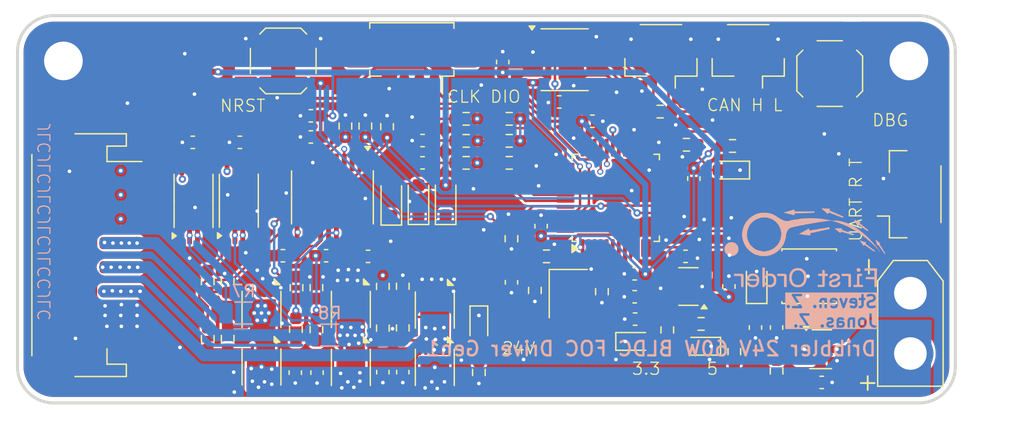
<source format=kicad_pcb>
(kicad_pcb (version 20241229) (generator "pcbnew") (generator_version "9.0")
  (layers (0 "F.Cu" mixed) (4 "In1.Cu" signal) (6 "In2.Cu" signal) (2 "B.Cu" signal) (13 "F.Paste" user) (15 "B.Paste" user) (5 "F.SilkS" user "F.Silkscreen") (7 "B.SilkS" user "B.Silkscreen") (1 "F.Mask" user) (3 "B.Mask" user) (25 "Edge.Cuts" user))
  (net 0 "")
  (net 1 "GND")
  (net 2 "+3.3V")
  (net 3 "Net-(U1-PB5)")
  (net 4 "Net-(U1-PB6)")
  (net 5 "Net-(U1-PB7)")
  (net 6 "+5V")
  (net 7 "NRST")
  (net 8 "+24V")
  (net 9 "RCC_OSC_IN+")
  (net 10 "Net-(D3-C)")
  (net 11 "/M0_OUT1_P")
  (net 12 "/M0_OUT2_P")
  (net 13 "Net-(D4-C)")
  (net 14 "Net-(D5-C)")
  (net 15 "/M0_OUT3")
  (net 16 "RCC_OSC_OUT-")
  (net 17 "Net-(RY8411-FB)")
  (net 18 "Net-(RY8411-BS)")
  (net 19 "Net-(D2-A)")
  (net 20 "Net-(D6-+)")
  (net 21 "Net-(D7-+)")
  (net 22 "Net-(D8-+)")
  (net 23 "SYS_JTCK_SWCLK")
  (net 24 "SYS_JTMS_SWDIO")
  (net 25 "CANL")
  (net 26 "CANH")
  (net 27 "M0_OUT1")
  (net 28 "M0_OUT2_N")
  (net 29 "HALL_A")
  (net 30 "HALL_B")
  (net 31 "HALL_C")
  (net 32 "Net-(U5-SPLIT)")
  (net 33 "Net-(Q1-G)")
  (net 34 "Net-(Q2-G)")
  (net 35 "Net-(Q5-G)")
  (net 36 "Net-(Q6-G)")
  (net 37 "Net-(Q9-G)")
  (net 38 "Net-(Q10-G)")
  (net 39 "/M0_GH2")
  (net 40 "/M0_GH1")
  (net 41 "/M0_GL1")
  (net 42 "/M0_GL2")
  (net 43 "/M0_GL3")
  (net 44 "LED_1")
  (net 45 "/M0_GH3")
  (net 46 "M0_IN3")
  (net 47 "M0_IN2")
  (net 48 "M0_IN1")
  (net 49 "Net-(U1-BOOT0)")
  (net 50 "DBG")
  (net 53 "USART2_RX")
  (net 57 "USART2_TX")
  (net 61 "CAN_TX")
  (net 71 "/M0_OUT2_CS")
  (net 73 "CAN_RX")
  (net 77 "Net-(U6-BP)")
  (net 78 "Net-(Y2-Pad2)")
  (net 79 "M0_OUT3_N")
  (net 80 "/M0_OUT3_P")
  (net 81 "/M0_OUT3_CS")
  (net 82 "SW")
  (footprint "Button_Switch_SMD:SW_SPST_SKQG_WithoutStem" (layer "F.Cu") (at 36.3306 18.2768 180)
    (property "Reference" "SW1" (hide yes))
    (property "Value" "SW_Push" (hide yes))
  )
  (footprint "Diode_SMD:D_SOD-323_HandSoldering" (layer "F.Cu") (at 47.5306 29.8268 90)
    (property "Reference" "D4" (hide yes))
    (property "Value" "1N5819WS" (hide yes))
  )
  (footprint "Crystal:Crystal_SMD_SeikoEpson_TSX3225-4Pin_3.2x2.5mm" (layer "F.Cu") (at 59.9306 37.5643 -90)
    (property "Reference" "Y2" (hide yes))
    (property "Value" "16MHz" (hide yes))
  )
  (footprint "Resistor_SMD:R_0603_1608Metric_Pad0.98x0.95mm_HandSolder" (layer "F.Cu") (at 51.4806 23.0768 180)
    (property "Reference" "R3" (hide yes))
    (property "Value" "100Ω" (hide yes))
  )
  (footprint "Resistor_SMD:R_0603_1608Metric_Pad0.98x0.95mm_HandSolder" (layer "F.Cu") (at 30.0806 41.2893 90)
    (property "Reference" "R20" (hide yes))
    (property "Value" "2.2Ω" (hide yes))
  )
  (footprint "Package_DFN_QFN:DFN-8-1EP_3x3mm_P0.5mm_EP1.65x2.38mm" (layer "F.Cu") (at 41.9306 38.8768 -90)
    (property "Reference" "Q6" (hide yes))
    (property "Value" "WSD4070DN" (hide yes))
  )
  (footprint "Resistor_SMD:R_0603_1608Metric_Pad0.98x0.95mm_HandSolder" (layer "F.Cu") (at 55.0431 24.9018)
    (property "Reference" "R4" (hide yes))
    (property "Value" "4.7kΩ" (hide yes))
  )
  (footprint "Capacitor_SMD:C_0603_1608Metric_Pad1.08x0.95mm_HandSolder" (layer "F.Cu") (at 80.5806 39.4268 180)
    (property "Reference" "C38" (hide yes))
    (property "Value" "100nF" (hide yes))
  )
  (footprint "Resistor_SMD:R_0603_1608Metric_Pad0.98x0.95mm_HandSolder" (layer "F.Cu") (at 58.1306 34.4768 180)
    (property "Reference" "R32" (hide yes))
    (property "Value" "10K" (hide yes))
  )
  (footprint "Capacitor_SMD:C_0603_1608Metric_Pad1.08x0.95mm_HandSolder" (layer "F.Cu") (at 57.6806 31.9768 90)
    (property "Reference" "C12" (hide yes))
    (property "Value" "100nF" (hide yes))
  )
  (footprint "Capacitor_SMD:C_0603_1608Metric_Pad1.08x0.95mm_HandSolder" (layer "F.Cu") (at 46.2306 44.0768 90)
    (property "Reference" "C27" (hide yes))
    (property "Value" "10u" (hide yes))
  )
  (footprint "Package_DFN_QFN:DFN-8-1EP_3x3mm_P0.5mm_EP1.65x2.38mm" (layer "F.Cu") (at 34.5306 43.6443 -90)
    (property "Reference" "Q9" (hide yes))
    (property "Value" "WSD4070DN" (hide yes))
  )
  (footprint "Package_DFN_QFN:DFN-8-1EP_3x3mm_P0.5mm_EP1.65x2.38mm" (layer "F.Cu") (at 48.8806 43.6768 -90)
    (property "Reference" "Q1" (hide yes))
    (property "Value" "WSD4070DN" (hide yes))
  )
  (footprint "Package_SO:SOP-8_3.9x4.9mm_P1.27mm" (layer "F.Cu") (at 59.6306 18.1768)
    (property "Reference" "U5" (hide yes))
    (property "Value" "SIT1042T" (hide yes))
  )
  (footprint "Resistor_SMD:R_0603_1608Metric_Pad0.98x0.95mm_HandSolder" (layer "F.Cu") (at 77.1806 43.9768 90)
    (property "Reference" "R26" (hide yes))
    (property "Value" "47kΩ" (hide yes))
  )
  (footprint "Resistor_SMD:R_0603_1608Metric_Pad0.98x0.95mm_HandSolder" (layer "F.Cu") (at 62.7181 37.4018 -90)
    (property "Reference" "C28" (hide yes))
    (property "Value" "20p" (hide yes))
  )
  (footprint "Capacitor_SMD:C_0603_1608Metric_Pad1.08x0.95mm_HandSolder" (layer "F.Cu") (at 39.8806 34.4268)
    (property "Reference" "C23" (hide yes))
    (property "Value" "100nF" (hide yes))
  )
  (footprint "Diode_SMD:D_SOD-323" (layer "F.Cu") (at 75.5306 36.7768 90)
    (property "Reference" "D1" (hide yes))
    (property "Value" "BZT52B20-G" (hide yes))
  )
  (footprint "Capacitor_SMD:C_0603_1608Metric_Pad1.08x0.95mm_HandSolder" (layer "F.Cu") (at 47.8681 26.7268 180)
    (property "Reference" "C5" (hide yes))
    (property "Value" "0.01u" (hide yes))
  )
  (footprint "Capacitor_SMD:C_0603_1608Metric_Pad1.08x0.95mm_HandSolder" (layer "F.Cu") (at 69.6431 34.4768 180)
    (property "Reference" "C19" (hide yes))
    (property "Value" "0.01u" (hide yes))
  )
  (footprint "Capacitor_SMD:C_0603_1608Metric_Pad1.08x0.95mm_HandSolder" (layer "F.Cu") (at 80.9181 44.9268 180)
    (property "Reference" "C41" (hide yes))
    (property "Value" "22uF" (hide yes))
  )
  (footprint "Resistor_SMD:R_0603_1608Metric_Pad0.98x0.95mm_HandSolder" (layer "F.Cu") (at 57.1681 37.3018 -90)
    (property "Reference" "C21" (hide yes))
    (property "Value" "20p" (hide yes))
  )
  (footprint "Resistor_SMD:R_0603_1608Metric_Pad0.98x0.95mm_HandSolder" (layer "F.Cu") (at 43.1306 23.6768 -90)
    (property "Reference" "R29" (hide yes))
    (property "Value" "10kΩ" (hide yes))
  )
  (footprint "Capacitor_SMD:C_0603_1608Metric_Pad1.08x0.95mm_HandSolder" (layer "F.Cu") (at 75.4306 40.3768 -90)
    (property "Reference" "C35" (hide yes))
    (property "Value" "22uF" (hide yes))
  )
  (footprint "Resistor_SMD:R_0603_1608Metric_Pad0.98x0.95mm_HandSolder" (layer "F.Cu") (at 30.0806 36.5768 90)
    (property "Reference" "R15" (hide yes))
    (property "Value" "2.2Ω" (hide yes))
  )
  (footprint "Resistor_SMD:R_0603_1608Metric_Pad0.98x0.95mm_HandSolder" (layer "F.Cu") (at 31.7306 36.5643 -90)
    (property "Reference" "R23" (hide yes))
    (property "Value" "10kΩ" (hide yes))
  )
  (footprint "Resistor_SMD:R_0603_1608Metric_Pad0.98x0.95mm_HandSolder" (layer "F.Cu") (at 68.1306 40.5768 -90)
    (property "Reference" "R34" (hide yes))
    (property "Value" "1kΩ" (hide yes))
  )
  (footprint "Resistor_SMD:R_0603_1608Metric_Pad0.98x0.95mm_HandSolder" (layer "F.Cu") (at 51.4806 24.9018 180)
    (property "Reference" "R5" (hide yes))
    (property "Value" "100Ω" (hide yes))
  )
  (footprint "Resistor_SMD:R_0603_1608Metric_Pad0.98x0.95mm_HandSolder" (layer "F.Cu") (at 51.4806 26.7268 180)
    (property "Reference" "R9" (hide yes))
    (property "Value" "100Ω" (hide yes))
  )
  (footprint "Resistor_SMD:R_0603_1608Metric_Pad0.98x0.95mm_HandSolder" (layer "F.Cu") (at 73.6806 42.3768 90)
    (property "Reference" "R27" (hide yes))
    (property "Value" "249kΩ" (hide yes))
  )
  (footprint "Resistor_SMD:R_0603_1608Metric_Pad0.98x0.95mm_HandSolder" (layer "F.Cu") (at 55.2306 33.0143 90)
    (property "Reference" "R31" (hide yes))
    (property "Value" "10K" (hide yes))
  )
  (footprint "Resistor_SMD:R_0603_1608Metric_Pad0.98x0.95mm_HandSolder" (layer "F.Cu") (at 44.5806 40.4268 90)
    (property "Reference" "R12" (hide yes))
    (property "Value" "2.2Ω" (hide yes))
  )
  (footprint "Connector_JST:JST_GH_SM03B-GHS-TB_1x03-1MP_P1.25mm_Horizontal" (layer "F.Cu") (at 88.2308 29.327 90)
    (property "Reference" "USART1" (hide yes))
    (property "Value" "Conn_01x03" (hide yes))
  )
  (footprint "Capacitor_SMD:C_0603_1608Metric_Pad1.08x0.95mm_HandSolder" (layer "F.Cu") (at 36.3056 34.4268)
    (property "Reference" "C24" (hide yes))
    (property "Value" "100nF" (hide yes))
  )
  (footprint "Package_SO:TSSOP-8_4.4x3mm_P0.65mm" (layer "F.Cu") (at 28.9056 29.8768 90)
    (property "Reference" "U2" (hide yes))
    (property "Value" "INA240A2PWR" (hide yes))
  )
  (footprint "Resistor_SMD:R_0603_1608Metric_Pad0.98x0.95mm_HandSolder" (layer "F.Cu") (at 46.2306 40.4143 -90)
    (property "Reference" "R16" (hide yes))
    (property "Value" "10kΩ" (hide yes))
  )
  (footprint "Capacitor_SMD:C_0603_1608Metric_Pad1.08x0.95mm_HandSolder" (layer "F.Cu") (at 47.8681 24.8768 180)
    (property "Reference" "C4" (hide yes))
    (property "Value" "0.01u" (hide yes))
  )
  (footprint "Connector_Molex:Molex_PicoBlade_53261-0471_1x04-1MP_P1.25mm_Horizontal" (layer "F.Cu") (at 46.9806 17.8268 180)
    (property "Reference" "J1" (hide yes))
    (property "Value" "Conn_01x04_Pin" (hide yes))
  )
  (footprint "Package_DFN_QFN:DFN-8-1EP_3x3mm_P0.5mm_EP1.65x2.38mm" (layer "F.Cu") (at 48.8806 38.9268 -90)
    (property "Reference" "Q2" (hide yes))
    (property "Value" "WSD4070DN" (hide yes))
  )
  (footprint "Resistor_SMD:R_0603_1608Metric_Pad0.98x0.95mm_HandSolder" (layer "F.Cu") (at 52.5306 44.1018 90)
    (property "Reference" "R10" (hide yes))
    (property "Value" "10k" (hide yes))
  )
  (footprint "Resistor_SMD:R_0603_1608Metric_Pad0.98x0.95mm_HandSolder" (layer "F.Cu") (at 44.5806 36.9643 90)
    (property "Reference" "R13" (hide yes))
    (property "Value" "2.2Ω" (hide yes))
  )
  (footprint "Capacitor_SMD:C_0603_1608Metric_Pad1.08x0.95mm_HandSolder" (layer "F.Cu") (at 77.1806 40.3768 -90)
    (property "Reference" "C1" (hide yes))
    (property "Value" "22uF" (hide yes))
  )
  (footprint "Resistor_SMD:R_0603_1608Metric_Pad0.98x0.95mm_HandSolder" (layer "F.Cu") (at 69.7181 25.2268 180)
    (property "Reference" "R19" (hide yes))
    (property "Value" "470Ω" (hide yes))
  )
  (footprint "Capacitor_SMD:C_0603_1608Metric_Pad1.08x0.95mm_HandSolder" (layer "F.Cu") (at 70.3306 28.0268 -90)
    (property "Reference" "C10" (hide yes))
    (property "Value" "100nF" (hide yes))
  )
  (footprint "Capacitor_SMD:C_0603_1608Metric_Pad1.08x0.95mm_HandSolder" (layer "F.Cu") (at 37.3306 44.1143 90)
    (property "Reference" "C18" (hide yes))
    (property "Value" "10u" (hide yes))
  )
  (footprint "Package_TO_SOT_SMD:SOT-23-5" (layer "F.Cu") (at 69.8806 36.9768 180)
    (property "Reference" "U6" (hide yes))
    (property "Value" "XC6210B332MR" (hide yes))
  )
  (footprint "Resistor_SMD:R_0603_1608Metric_Pad0.98x0.95mm_HandSolder" (layer "F.Cu") (at 67.5431 22.4768)
    (property "Reference" "R18" (hide yes))
    (property "Value" "120Ω" (hide yes))
  )
  (footprint "Resistor_SMD:R_0603_1608Metric_Pad0.98x0.95mm_HandSolder" (layer "F.Cu") (at 73.5306 25.3268 180)
    (property "Reference" "R35" (hide yes))
    (property "Value" "10K" (hide yes))
  )
  (footprint "Inductor_SMD:L_Changjiang_FNR4020S" (layer "F.Cu") (at 79.8806 36.1268)
    (property "Reference" "L2" (hide yes))
    (property "Value" "4.7uH" (hide yes))
  )
  (footprint "Capacitor_SMD:C_0603_1608Metric_Pad1.08x0.95mm_HandSolder" (layer "F.Cu") (at 61.9306 23.2768)
    (property "Reference" "C9" (hide yes))
    (property "Value" "100nF" (hide yes))
  )
  (footprint "Resistor_SMD:R_0603_1608Metric_Pad0.98x0.95mm_HandSolder" (layer "F.Cu") (at 37.4306 37.0768 90)
    (property "Reference" "R14" (hide yes))
    (property "Value" "2.2Ω" (hide yes))
  )
  (footprint "Resistor_SMD:R_0603_1608Metric_Pad0.98x0.95mm_HandSolder" (layer "F.Cu") (at 39.0806 37.0643 -90)
    (property "Reference" "R21" (hide yes))
    (property "Value" "10kΩ" (hide yes))
  )
  (footprint "Connector_AMASS:AMASS_XT30U-M_1x02_P5.0mm_Vertical" (layer "F.Cu") (at 88.26 37.53 -90)
    (property "Reference" "J5" (hide yes))
    (property "Value" "Conn_01x02_Pin" (hide yes))
  )
  (footprint "Resistor_SMD:R_0603_1608Metric_Pad0.98x0.95mm_HandSolder" (layer "F.Cu") (at 39.0806 40.5518 -90)
    (property "Reference" "R22" (hide yes))
    (property "Value" "10kΩ" (hide yes))
  )
  (footprint "Resistor_SMD:R_0603_1608Metric_Pad0.98x0.95mm_HandSolder" (layer "F.Cu") (at 37.3806 40.5143 90)
    (property "Reference" "R11" (hide yes))
    (property "Value" "2.2Ω" (hide yes))
  )
  (footprint "Capacitor_SMD:C_0603_1608Metric_Pad1.08x0.95mm_HandSolder" (layer "F.Cu") (at 73.2306 36.9768 -90)
    (property "Reference" "C6" (hide yes))
    (property "Value" "0.01u" (hide yes))
  )
  (footprint "LED_SMD:LED_0603_1608Metric_Pad1.05x0.95mm_HandSolder" (layer "F.Cu") (at 65.5306 41.5268)
    (property "Reference" "D8" (hide yes))
    (property "Value" "LED" (hide yes))
  )
  (footprint "Connector_JST:JST_GH_SM02B-GHS-TB_1x02-1MP_P1.25mm_Horizontal" (layer "F.Cu") (at 74.8306 17.8268 180)
    (property "Reference" "J3" (hide yes))
    (property "Value" "Conn_01x02_MountingPin" (hide yes))
  )
  (footprint "Capacitor_SMD:C_0603_1608Metric_Pad1.08x0.95mm_HandSolder" (layer "F.Cu") (at 44.5806 44.0768 90)
    (property "Reference" "C25" (hide yes))
    (property "Value" "10u" (hide yes))
  )
  (footprint "Resistor_SMD:R_0603_1608Metric_Pad0.98x0.95mm_HandSolder" (layer "F.Cu") (at 70.9306 40.0768 180)
    (property "Reference" "R33" (hide yes))
    (property "Value" "1kΩ" (hide yes))
  )
  (footprint "Diode_SMD:D_SOD-323_HandSoldering" (layer "F.Cu") (at 45.2806 29.8768 90)
    (property "Reference" "D5" (hide yes))
    (property "Value" "1N5819WS" (hide yes))
  )
  (footprint "Diode_SMD:D_SOD-323_HandSoldering" (layer "F.Cu") (at 49.7806 29.8268 90)
    (property "Reference" "D3" (hide yes))
    (property "Value" "1N5819WS" (hide yes))
  )
  (footprint "MountingHole:MountingHole_3.2mm_M3_Pad" (layer "F.Cu") (at 88.1306 18.2768)
    (property "Reference" "H1" (hide yes))
    (property "Value" "MountingHole" (hide yes))
  )
  (footprint "Resistor_SMD:R_0603_1608Metric_Pad0.98x0.95mm_HandSolder" (layer "F.Cu") (at 55.0431 23.0768)
    (property "Reference" "R2" (hide yes))
    (property "Value" "4.7kΩ" (hide yes))
  )
  (footprint "LED_SMD:LED_0603_1608Metric_Pad1.05x0.95mm_HandSolder" (layer "F.Cu") (at 70.8806 41.9268 180)
    (property "Reference" "D7" (hide yes))
    (property "Value" "LED" (hide yes))
  )
  (footprint "Package_DFN_QFN:DFN-8-1EP_3x3mm_P0.5mm_EP1.65x2.38mm" (layer "F.Cu") (at 34.5306 38.8768 -90)
    (property "Reference" "Q10" (hide yes))
    (property "Value" "WSD4070DN" (hide yes))
  )
  (footprint "MountingHole:MountingHole_3.2mm_M3_Pad" (layer "F.Cu") (at 18.1306 18.2768)
    (property "Reference" "H2" (hide yes))
    (property "Value" "MountingHole" (hide yes))
  )
  (footprint "Resistor_SMD:R_0603_1608Metric_Pad0.98x0.95mm_HandSolder" (layer "F.Cu") (at 44.9306 23.7268 -90)
    (property "Reference" "R30" (hide yes))
    (property "Value" "10kΩ" (hide yes))
  )
  (footprint "Resistor_SMD:R_0603_1608Metric_Pad0.98x0.95mm_HandSolder" (layer "F.Cu") (at 46.2306 36.9518 -90)
    (property "Reference" "R17" (hide yes))
    (property "Value" "10kΩ" (hide yes))
  )
  (footprint "Capacitor_SMD:C_0603_1608Metric_Pad1.08x0.95mm_HandSolder" (layer "F.Cu") (at 65.4306 37.8268 180)
    (property "Reference" "C11" (hide yes))
    (property "Value" "100nF" (hide yes))
  )
  (footprint "Button_Switch_SMD:SW_SPST_SKQG_WithoutStem" (layer "F.Cu") (at 81.5806 19.3268 -90)
    (property "Reference" "SW2" (hide yes))
    (property "Value" "SW_Push" (hide yes))
  )
  (footprint "LED_SMD:LED_0603_1608Metric_Pad1.05x0.95mm_HandSolder" (layer "F.Cu") (at 73.2806 27.3268 180)
    (property "Reference" "D2" (hide yes))
    (property "Value" "LED" (hide yes))
  )
  (footprint "Capacitor_SMD:C_0603_1608Metric_Pad1.08x0.95mm_HandSolder" (layer "F.Cu") (at 38.6181 24.5768 180)
    (property "Reference" "C16" (hide yes))
    (property "Value" "1uF" (hide yes))
  )
  (footprint "Package_TO_SOT_SMD:SOT-23-6_Handsoldering" (layer "F.Cu") (at 80.8306 42.1768)
    (property "Reference" "RY8411" (hide yes))
    (property "Value" "~" (hide yes))
  )
  (footprint "Connector_JST:JST_PH_S8B-PH-SM4-TB_1x08-1MP_P2.00mm_Horizontal" (layer "F.Cu") (at 20.0306 34.3768 -90)
    (property "Reference" "J6" (hide yes))
    (property "Value" "Conn_01x08_Socket" (hide yes))
  )
  (footprint "Capacitor_SMD:C_0603_1608Metric_Pad1.08x0.95mm_HandSolder" (layer "F.Cu") (at 65.4681 39.6768)
    (property "Reference" "C2" (hide yes))
    (property "Value" "1u" (hide yes))
  )
  (footprint "Capacitor_SMD:C_0603_1608Metric_Pad1.08x0.95mm_HandSolder" (layer "F.Cu") (at 32.7431 25.0268 180)
    (property "Reference" "C13" (hide yes))
    (property "Value" "100nF" (hide yes))
  )
  (footprint "LED_SMD:LED_0603_1608Metric_Pad1.05x0.95mm_HandSolder" (layer "F.Cu") (at 52.5306 40.2518 -90)
    (property "Reference" "D6" (hide yes))
    (property "Value" "LED" (hide yes))
  )
  (footprint "Resistor_SMD:R_0603_1608Metric_Pad0.98x0.95mm_HandSolder" (layer "F.Cu") (at 55.0431 26.7268)
    (property "Reference" "R6" (hide yes))
    (property "Value" "4.7kΩ" (hide yes))
  )
  (footprint "Resistor_SMD:R_0603_1608Metric_Pad0.98x0.95mm_HandSolder" (layer "F.Cu") (at 31.7306 41.2768 -90)
    (property "Reference" "R24" (hide yes))
    (property "Value" "10kΩ" (hide yes))
  )
  (footprint "Capacitor_SMD:C_0603_1608Metric_Pad1.08x0.95mm_HandSolder" (layer "F.Cu") (at 55.2306 36.6268 -90)
    (property "Reference" "C8" (hide yes))
    (property "Value" "100nF" (hide yes))
  )
  (footprint "Capacitor_SMD:C_0603_1608Metric_Pad1.08x0.95mm_HandSolder" (layer "F.Cu") (at 28.8431 25.0268 180)
    (property "Reference" "C15" (hide yes))
    (property "Value" "100nF" (hide yes))
  )
  (footprint "Package_SO:TSSOP-8_4.4x3mm_P0.65mm" (layer "F.Cu") (at 32.6556 29.8643 90)
    (property "Reference" "U3" (hide yes))
    (property "Value" "INA240A2PWR" (hide yes))
  )
  (footprint "Capacitor_SMD:C_0603_1608Metric_Pad1.08x0.95mm_HandSolder" (layer "F.Cu") (at 39.1306 44.1143 90)
    (property "Reference" "C20" (hide yes))
    (property "Value" "10u" (hide yes))
  )
  (footprint "Capacitor_SMD:C_0603_1608Metric_Pad1.08x0.95mm_HandSolder" (layer "F.Cu") (at 38.6181 22.8268 180)
    (property "Reference" "C17" (hide yes))
    (property "Value" "100nF" (hide yes))
  )
  (footprint "Package_QFP:LQFP-48_7x7mm_P0.5mm" (layer "F.Cu") (at 63.8681 29.6268 90)
    (property "Reference" "U1" (hide yes))
    (property "Value" "STM32F103C8Tx" (hide yes))
  )
  (footprint "Package_DFN_QFN:DFN-8-1EP_3x3mm_P0.5mm_EP1.65x2.38mm" (layer "F.Cu") (at 41.9306 43.6768 -90)
    (property "Reference" "Q5" (hide yes))
    (property "Value" "WSD4070DN" (hide yes))
  )
  (footprint "Resistor_SMD:R_0603_1608Metric_Pad0.98x0.95mm_HandSolder" (layer "F.Cu") (at 41.4806 23.6768 -90)
    (property "Reference" "R28" (hide yes))
    (property "Value" "10kΩ" (hide yes))
  )
  (footprint "Capacitor_SMD:C_0603_1608Metric_Pad1.08x0.95mm_HandSolder" (layer "F.Cu") (at 59.1806 21.6768 180)
    (property "Reference" "C14" (hide yes))
    (property "Value" "100nF" (hide yes))
  )
  (footprint "Capacitor_SMD:C_0603_1608Metric_Pad1.08x0.95mm_HandSolder" (layer "F.Cu") (at 43.3556 34.4768)
    (property "Reference" "C22" (hide yes))
    (property "Value" "100nF" (hide yes))
  )
  (footprint "Package_SO:TSSOP-20-1EP_4.4x6.5mm_P0.65mm_EP2.15x3.35mm" (layer "F.Cu") (at 40.4056 29.5893 -90)
    (property "Reference" "U8" (hide yes))
    (property "Value" "EG2133" (hide yes))
  )
  (footprint "Capacitor_SMD:C_0603_1608Metric_Pad1.08x0.95mm_HandSolder" (layer "F.Cu") (at 54.5056 18.3693 -90)
    (property "Reference" "C26" (hide yes))
    (property "Value" "100nF" (hide yes))
  )
  (footprint "Capacitor_SMD:C_0603_1608Metric_Pad1.08x0.95mm_HandSolder" (layer "F.Cu") (at 65.4306 35.9268 180)
    (property "Reference" "C7" (hide yes))
    (property "Value" "4.7uF" (hide yes))
  )
  (footprint "Connector_JST:JST_GH_SM02B-GHS-TB_1x02-1MP_P1.25mm_Horizontal" (layer "F.Cu") (at 67.6056 17.8268 180)
    (property "Reference" "J4" (hide yes))
    (property "Value" "Conn_01x02_MountingPin" (hide yes))
  )
  (footprint "LOGO" (layer "B.Cu") (at 79.381108 33.997312 180)
    (property "Reference" "G***" (hide yes))
    (property "Value" "LOGO" (hide yes))
  )
  (footprint "Resistor_SMD:R_1206_3216Metric" (layer "B.Cu") (at 40.1806 41.0068 180)
    (property "Reference" "R8")
    (property "Value" "0.01Ω")
  )
  (footprint "Resistor_SMD:R_1206_3216Metric" (layer "B.Cu") (at 33.0556 39.1768 180)
    (property "Reference" "R7")
    (property "Value" "0.01Ω")
  )
  (gr_line (start 91.9808 17.526) (end 91.9808 43.626) (stroke (width 0.25)) (layer "Edge.Cuts"))
  (gr_line (start 17.330801 14.526) (end 88.9808 14.526) (stroke (width 0.25)) (layer "Edge.Cuts"))
  (gr_arc (start 91.9808 43.626) (mid 91.10212 45.74732) (end 88.9808 46.626) (stroke (width 0.25)) (layer "Edge.Cuts"))
  (gr_line (start 14.3308 43.625998) (end 14.3308 17.526001) (stroke (width 0.25)) (layer "Edge.Cuts"))
  (gr_arc (start 88.9808 14.526) (mid 91.10212 15.40468) (end 91.9808 17.526) (stroke (width 0.25)) (layer "Edge.Cuts"))
  (gr_arc (start 14.3308 17.526001) (mid 15.20948 15.40468) (end 17.330801 14.526) (stroke (width 0.25)) (layer "Edge.Cuts"))
  (gr_arc (start 17.330801 46.626) (mid 15.20948 45.74732) (end 14.3308 43.625998) (stroke (width 0.25)) (layer "Edge.Cuts"))
  (gr_line (start 88.9808 46.626) (end 17.330801 46.626) (stroke (width 0.25)) (layer "Edge.Cuts"))
  (gr_text "24V" (at 54.3806 42.6768 0) (layer "F.SilkS") (effects (font (size 1 1) (thickness 0.1)) (justify left bottom)))
  (gr_text "UART R T" (at 84.3306 33.3268 90) (layer "F.SilkS") (effects (font (size 1 1) (thickness 0.1)) (justify left bottom)))
  (gr_text "CLK DIO" (at 49.8306 21.8268 0) (layer "F.SilkS") (effects (font (size 1 1) (thickness 0.1)) (justify left bottom)))
  (gr_text "DBG" (at 85.0306 23.7768 0) (layer "F.SilkS") (effects (font (size 1 1) (thickness 0.1)) (justify left bottom)))
  (gr_text "NRST" (at 31.0306 22.5768 0) (layer "F.SilkS") (effects (font (size 1 1) (thickness 0.1)) (justify left bottom)))
  (gr_text "CAN H L" (at 71.3306 22.5268 0) (layer "F.SilkS") (effects (font (size 1 1) (thickness 0.1)) (justify left bottom)))
  (gr_text "3.3     5" (at 65.1306 44.3768 0) (layer "F.SilkS") (effects (font (size 1 1) (thickness 0.1)) (justify left bottom)))
  (gr_text "Dribbler 24V 60W BLDC FOC Driver Gen1" (at 85.5422 42.8386 0) (layer "B.SilkS") (effects (font (size 1.2 1.2) (thickness 0.2)) (justify left bottom mirror)))
  (gr_text "JLCJLCJLCJLCJLCCJLC" (at 17.14 23.3314 90) (layer "B.SilkS") (effects (font (size 1 1) (thickness 0.1)) (justify left bottom mirror)))
  (gr_text "Steven. Z.\nJonas. Z.\n" (at 85.6184 40.4256 0) (layer "B.SilkS" knockout) (effects (font (size 1 1) (thickness 0.2) (bold yes)) (justify left bottom mirror)))
  (via (at 27.7806 42.0268) (size 0.6) (drill 0.3) (layers "F.Cu" "B.Cu") (net 1))
  (via (at 32.2806 45.7268) (size 0.6) (drill 0.3) (layers "F.Cu" "B.Cu") (net 1))
  (via (at 22.8806 39.3768) (size 0.6) (drill 0.3) (layers "F.Cu" "B.Cu") (net 1))
  (via (at 68.8306 23.5768) (size 0.6) (drill 0.3) (layers "F.Cu" "B.Cu") (net 1))
  (via (at 62.2556 16.2718) (size 0.6) (drill 0.3) (layers "F.Cu" "B.Cu") (net 1))
  (via (at 43.1306 22.7643) (size 0.6) (drill 0.3) (layers "F.Cu" "B.Cu") (net 1))
  (via (at 65.3806 23.9768) (size 0.6) (drill 0.3) (layers "F.Cu" "B.Cu") (net 1))
  (via (at 75.5306 35.7268) (size 0.5) (drill 0.3) (layers "F.Cu" "B.Cu") (net 1))
  (via (at 82.3306 25.9768) (size 0.6) (drill 0.3) (layers "F.Cu" "B.Cu") (net 1))
  (via (at 47.0056 24.8768) (size 0.6) (drill 0.3) (layers "F.Cu" "B.Cu") (net 1))
  (via (at 69.5306 31.1768) (size 0.6) (drill 0.3) (layers "F.Cu" "B.Cu") (net 1))
  (via (at 23.4306 21.7768) (size 0.6) (drill 0.3) (layers "F.Cu" "B.Cu") (net 1))
  (via (at 22.9306 40.2768) (size 0.6) (drill 0.3) (layers "F.Cu" "B.Cu") (net 1))
  (via (at 71.1806 31.4268) (size 0.6) (drill 0.3) (layers "F.Cu" "B.Cu") (net 1))
  (via (at 33.2306 34.1768) (size 0.6) (drill 0.3) (layers "F.Cu" "B.Cu") (net 1))
  (via (at 39.4306 16.4268) (size 0.6) (drill 0.3) (layers "F.Cu" "B.Cu") (net 1))
  (via (at 63.8806 43.0268) (size 0.6) (drill 0.3) (layers "F.Cu" "B.Cu") (net 1))
  (via (at 43.577279 41.389616) (size 0.6) (drill 0.3) (layers "F.Cu" "B.Cu") (net 1))
  (via (at 71.8806 23.1768) (size 0.6) (drill 0.3) (layers "F.Cu" "B.Cu") (net 1))
  (via (at 51.0806 43.0768) (size 0.6) (drill 0.3) (layers "F.Cu" "B.Cu") (net 1))
  (via (at 22.9306 38.4768) (size 0.6) (drill 0.3) (layers "F.Cu" "B.Cu") (net 1))
  (via (at 35.5306 36.6768) (size 0.6) (drill 0.3) (layers "F.Cu" "B.Cu") (net 1))
  (via (at 36.1306 37.0768) (size 0.6) (drill 0.3) (layers "F.Cu" "B.Cu") (net 1))
  (via (at 71.0181 36.9768) (size 0.6) (drill 0.3) (layers "F.Cu" "B.Cu") (net 1))
  (via (at 52.9306 32.2768) (size 0.6) (drill 0.3) (layers "F.Cu" "B.Cu") (net 1))
  (via (at 79.6806 34.6768) (size 0.6) (drill 0.3) (layers "F.Cu" "B.Cu") (net 1))
  (via (at 70.0806 16.4768) (size 0.6) (drill 0.3) (layers "F.Cu" "B.Cu") (net 1))
  (via (at 52.5306 39.3768) (size 0.6) (drill 0.3) (layers "F.Cu" "B.Cu") (net 1))
  (via (at 57.1681 38.2143) (size 0.6) (drill 0.3) (layers "F.Cu" "B.Cu") (net 1))
  (via (at 67.5806 37.1268) (size 0.6) (drill 0.3) (layers "F.Cu" "B.Cu") (net 1))
  (via (at 65.1806 29.0268) (size 0.6) (drill 0.3) (layers "F.Cu" "B.Cu") (net 1))
  (via (at 57.4806 28.6268) (size 0.6) (drill 0.3) (layers "F.Cu" "B.Cu") (net 1))
  (via (at 29.0306 30.4268) (size 0.6) (drill 0.3) (layers "F.Cu" "B.Cu") (net 1))
  (via (at 64.6056 39.6768) (size 0.6) (drill 0.3) (layers "F.Cu" "B.Cu") (net 1))
  (via (at 66.0306 20.7768) (size 0.6) (drill 0.3) (layers "F.Cu" "B.Cu") (net 1))
  (via (at 38.7806 26.701802) (size 0.5) (drill 0.3) (layers "F.Cu" "B.Cu") (net 1))
  (via (at 57.2806 26.9768) (size 0.6) (drill 0.3) (layers "F.Cu" "B.Cu") (net 1))
  (via (at 40.8306 36.4768) (size 0.6) (drill 0.3) (layers "F.Cu" "B.Cu") (net 1))
  (via (at 36.2306 40.0268) (size 0.6) (drill 0.3) (layers "F.Cu" "B.Cu") (net 1))
  (via (at 41.6306 36.4268) (size 0.6) (drill 0.3) (layers "F.Cu" "B.Cu") (net 1))
  (via (at 41.7306 35.5768) (size 0.6) (drill 0.3) (layers "F.Cu" "B.Cu") (net 1))
  (via (at 43.1306 29.6768) (size 0.6) (drill 0.3) (layers "F.Cu" "B.Cu") (net 1))
  (via (at 52.0806 28.8768) (size 0.6) (drill 0.3) (layers "F.Cu" "B.Cu") (net 1))
  (via (at 19.1306 41.2768) (size 0.6) (drill 0.3) (layers "F.Cu" "B.Cu") (net 1))
  (via (at 73.2806 34.3768) (size 0.6) (drill 0.3) (layers "F.Cu" "B.Cu") (net 1))
  (via (at 55.2306 33.8643) (size 0.6) (drill 0.3) (layers "F.Cu" "B.Cu") (net 1))
  (via (at 77.3056 16.4768) (size 0.6) (drill 0.3) (layers "F.Cu" "B.Cu") (net 1))
  (via (at 37.7556 22.8268) (size 0.6) (drill 0.3) (layers "F.Cu" "B.Cu") (net 1))
  (via (at 79.7306 37.7768) (size 0.6) (drill 0.3) (layers "F.Cu" "B.Cu") (net 1))
  (via (at 38.5306 36.1768) (size 0.5) (drill 0.3) (layers "F.Cu" "B.Cu") (net 1))
  (via (at 46.2306 36.0393) (size 0.6) (drill 0.3) (layers "F.Cu" "B.Cu") (net 1))
  (via (at 63.9306 20.8768) (size 0.6) (drill 0.3) (layers "F.Cu" "B.Cu") (net 1))
  (via (at 31.48348 35.89892) (size 0.6) (drill 0.3) (layers "F.Cu" "B.Cu") (net 1))
  (via (at 79.7806 36.1268) (size 0.6) (drill 0.3) (layers "F.Cu" "B.Cu") (net 1))
  (via (at 62.7931 23.2768) (size 0.6) (drill 0.3) (layers "F.Cu" "B.Cu") (net 1))
  (via (at 36.5806 29.2268) (size 0.6) (drill 0.3) (layers "F.Cu" "B.Cu") (net 1))
  (via (at 31.8806 25.0268) (size 0.6) (drill 0.3) (layers "F.Cu" "B.Cu") (net 1))
  (via (at 44.9306 22.8143) (size 0.6) (drill 0.3) (layers "F.Cu" "B.Cu") (net 1))
  (via (at 39.6306 36.1768) (size 0.5) (drill 0.3) (layers "F.Cu" "B.Cu") (net 1))
  (via (at 65.1306 16.4768) (size 0.6) (drill 0.3) (layers "F.Cu" "B.Cu") (net 1))
  (via (at 73.4306 31.2768) (size 0.6) (drill 0.3) (layers "F.Cu" "B.Cu") (net 1))
  (via (at 68.0306 33.1268) (size 0.6) (drill 0.3) (layers "F.Cu" "B.Cu") (net 1))
  (via (at 45.3806 40.4768) (size 0.6) (drill 0.3) (layers "F.Cu" "B.Cu") (net 1))
  (via (at 70.7806 33.0768) (size 0.6) (drill 0.3) (layers "F.Cu" "B.Cu") (net 1))
  (via (at 50.4306 37.3768) (size 0.6) (drill 0.3) (layers "F.Cu" "B.Cu") (net 1))
  (via (at 86.0306 28.0268) (size 0.6) (drill 0.3) (layers "F.Cu" "B.Cu") (net 1))
  (via (at 77.1806 41.2393) (size 0.6) (drill 0.3) (layers "F.Cu" "B.Cu") (net 1))
  (via (at 35.8306 21.3268) (size 0.6) (drill 0.3) (layers "F.Cu" "B.Cu") (net 1))
  (via (at 27.9806 25.0268) (size 0.6) (drill 0.3) (layers "F.Cu" "B.Cu") (net 1))
  (via (at 79.4806 42.1768) (size 0.6) (drill 0.3) (layers "F.Cu" "B.Cu") (net 1))
  (via (at 54.9806 30.9768) (size 0.6) (drill 0.3) (layers "F.Cu" "B.Cu") (net 1))
  (via (at 24.2306 40.2768) (size 0.6) (drill 0.3) (layers "F.Cu" "B.Cu") (net 1))
  (via (at 40.8806 35.6268) (size 0.6) (drill 0.3) (layers "F.Cu" "B.Cu") (net 1))
  (via (at 64.6556 41.5268) (size 0.6) (drill 0.3) (layers "F.Cu" "B.Cu") (net 1))
  (via (at 49.4306 36.3768) (size 0.6) (drill 0.3) (layers "F.Cu" "B.Cu") (net 1))
  (via (at 60.3806 24.6768) (size 0.6) (drill 0.3) (layers "F.Cu" "B.Cu") (net 1))
  (via (at 70.6306 34.6268) (size 0.6) (drill 0.3) (layers "F.Cu" "B.Cu") (net 1))
  (via (at 58.2806 21.7268) (size 0.6) (drill 0.3) (layers "F.Cu" "B.Cu") (net 1))
  (via (at 75.4306 41.2393) (size 0.6) (drill 0.3) (layers "F.Cu" "B.Cu") (net 1))
  (via (at 55.230601 37.489302) (size 0.6) (drill 0.3) (layers "F.Cu" "B.Cu") (net 1))
  (via (at 31.7306 29.3768) (size 0.6) (drill 0.3) (layers "F.Cu" "B.Cu") (net 1))
  (via (at 71.0306 20.6268) (size 0.6) (drill 0.3) (layers "F.Cu" "B.Cu") (net 1))
  (via (at 57.6806 31.064298) (size 0.6) (drill 0.3) (layers "F.Cu" "B.Cu") (net 1))
  (via (at 81.1306 24.3268) (size 0.6) (drill 0.3) (layers "F.Cu" "B.Cu") (net 1))
  (via (at 58.7806 33.4768) (size 0.6) (drill 0.3) (layers "F.Cu" "B.Cu") (net 1))
  (via (at 41.4806 22.7643) (size 0.6) (drill 0.3) (layers "F.Cu" "B.Cu") (net 1))
  (via (at 71.7556 41.9268) (size 0.6) (drill 0.3) (layers "F.Cu" "B.Cu") (net 1))
  (via (at 21.5806 39.3768) (size 0.6) (drill 0.3) (layers "F.Cu" "B.Cu") (net 1))
  (via (at 69.3806 26.2268) (size 0.6) (drill 0.3) (layers "F.Cu" "B.Cu") (net 1))
  (via (at 46.7806 29.9268) (size 0.6) (drill 0.3) (layers "F.Cu" "B.Cu") (net 1))
  (via (at 56.2306 43.0268) (size 0.6) (drill 0.3) (layers "F.Cu" "B.Cu") (net 1))
  (via (at 42.4806 36.4768) (size 0.6) (drill 0.3) (layers "F.Cu" "B.Cu") (net 1))
  (via (at 21.5806 38.5768) (size 0.6) (drill 0.3) (layers "F.Cu" "B.Cu") (net 1))
  (via (at 34.1806 30.7268) (size 0.6) (drill 0.3) (layers "F.Cu" "B.Cu") (net 1))
  (via (at 24.2306 39.3768) (size 0.6) (drill 0.3) (layers "F.Cu" "B.Cu") (net 1))
  (via (at 42.5306 35.6268) (size 0.6) (drill 0.3) (layers "F.Cu" "B.Cu") (net 1))
  (via (at 33.2306 16.4268) (size 0.6) (drill 0.3) (layers "F.Cu" "B.Cu") (net 1))
  (via (at 74.155599 27.326798) (size 0.6) (drill 0.3) (layers "F.Cu" "B.Cu") (net 1))
  (via (at 28.9806 21.0268) (size 0.6) (drill 0.3) (layers "F.Cu" "B.Cu") (net 1))
  (via (at 66.6306 27.3268) (size 0.6) (drill 0.3) (layers "F.Cu" "B.Cu") (net 1))
  (via (at 37.7556 24.5768) (size 0.6) (drill 0.3) (layers "F.Cu" "B.Cu") (net 1))
  (via (at 18.6306 27.4268) (size 0.6) (drill 0.3) (layers "F.Cu" "B.Cu") (net 1))
  (via (at 34.6306 36.3268) (size 0.6) (drill 0.3) (layers "F.Cu" "B.Cu") (net 1))
  (via (at 73.2306 32.9768) (size 0.6) (drill 0.3) (layers "F.Cu" "B.Cu") (net 1))
  (via (at 62.7181 38.3143) (size 0.6) (drill 0.3) (layers "F.Cu" "B.Cu") (net 1))
  (via (at 28.5806 34.6268) (size 0.6) (drill 0.3) (layers "F.Cu" "B.Cu") (net 1))
  (via (at 54.5056 17.5068) (size 0.6) (drill 0.3) (layers "F.Cu" "B.Cu") (net 1))
  (via (at 52.7306 20.2768) (size 0.6) (drill 0.3) (layers "F.Cu" "B.Cu") (net 1))
  (via (at 57.0056 17.5418) (size 0.6) (drill 0.3) (layers "F.Cu" "B.Cu") (net 1))
  (via (at 73.2306 36.1143) (size 0.6) (drill 0.3) (layers "F.Cu" "B.Cu") (net 1))
  (via (at 45.1056 20.5768) (size 0.6) (drill 0.3) (layers "F.Cu" "B.Cu") (net 1))
  (via (at 28.1806 17.6768) (size 0.6) (drill 0.3) (layers "F.Cu" "B.Cu") (net 1))
  (via (at 47.8306 36.3768) (size 0.6) (drill 0.3) (layers "F.Cu" "B.Cu") (net 1))
  (via (at 71.6306 43.0268) (size 0.6) (drill 0.3) (layers "F.Cu" "B.Cu") (net 1))
  (via (at 21.7306 40.2768) (size 0.6) (drill 0.3) (layers "F.Cu" "B.Cu") (net 1))
  (via (at 34.1806 35.6268) (size 0.6) (drill 0.3) (layers "F.Cu" "B.Cu") (net 1))
  (via (at 32.2306 44.0768) (size 0.6) (drill 0.3) (layers "F.Cu" "B.Cu") (net 1))
  (via (at 72.3556 16.4768) (size 0.6) (drill 0.3) (layers "F.Cu" "B.Cu") (net 1))
  (via (at 64.5681 37.8268) (size 0.6) (drill 0.3) (layers "F.Cu" "B.Cu") (net 1))
  (via (at 58.9306 26.0268) (size 0.6) (drill 0.3) (layers "F.Cu" "B.Cu") (net 1))
  (via (at 61.8306 35.5268) (size 0.6) (drill 0.3) (layers "F.Cu" "B.Cu") (net 1))
  (via (at 47.0056 22.926798) (size 0.6) (drill 0.3) (layers "F.Cu" "B.Cu") (net 1))
  (via (at 48.6306 36.3768) (size 0.6) (drill 0.3) (layers "F.Cu" "B.Cu") (net 1))
  (via (at 67.4306 25.0268) (size 0.6) (drill 0.3) (layers "F.Cu" "B.Cu") (net 1))
  (via (at 45.2306 33.2268) (size 0.6) (drill 0.3) (layers "F.Cu" "B.Cu") (net 1))
  (via (at 24.2306 38.5268) (size 0.6) (drill 0.3) (layers "F.Cu" "B.Cu") (net 1))
  (via (at 64.5681 35.9268) (size 0.6) (drill 0.3) (layers "F.Cu" "B.Cu") (net 1))
  (via (at 50.4806 36.3768) (size 0.6) (drill 0.3) (layers "F.Cu" "B.Cu") (net 1))
  (via (at 60.3806 20.3268) (size 0.6) (drill 0.3) (layers "F.Cu" "B.Cu") (net 1))
  (segment (start 33.6056 25.0268) (end 32.6056 24.0268) (width 0.254) (layer "F.Cu") (net 2))
  (segment (start 66.3306 35.9643) (end 66.2931 35.9268) (width 0.2) (layer "F.Cu") (net 2))
  (segment (start 56.4806 21.2768) (end 58.4806 23.2768) (width 0.254) (layer "F.Cu") (net 2))
  (segment (start 66.3306 35.9643) (end 66.31185 35.94555) (width 0.5) (layer "F.Cu") (net 2))
  (segment (start 48.8556 19.7768) (end 48.8556 20.5768) (width 0.254) (layer "F.Cu") (net 2))
  (segment (start 48.8556 20.5768) (end 49.5556 21.2768) (width 0.254) (layer "F.Cu") (net 2))
  (segment (start 29.2306 27.0143) (end 29.8806 27.0143) (width 0.2) (layer "F.Cu") (net 2))
  (segment (start 61.0681 25.4143) (end 61.1181 25.4643) (width 0.2) (layer "F.Cu") (net 2))
  (segment (start 66.3431 39.6643) (end 66.3306 39.6768) (width 0.5) (layer "F.Cu") (net 2))
  (segment (start 68.7431 37.9268) (end 68.7431 39.0518) (width 0.5) (layer "F.Cu") (net 2))
  (segment (start 30.7056 24.0268) (end 29.7056 25.0268) (width 0.254) (layer "F.Cu") (net 2))
  (segment (start 37.2556 21.3768) (end 41.3806 21.3768) (width 0.254) (layer "F.Cu") (net 2))
  (segment (start 29.7056 26.8393) (end 29.8806 27.0143) (width 0.254) (layer "F.Cu") (net 2))
  (segment (start 68.1306 39.6643) (end 66.3431 39.6643) (width 0.5) (layer "F.Cu") (net 2))
  (segment (start 33.6056 25.0268) (end 33.6056 26.9768) (width 0.254) (layer "F.Cu") (net 2))
  (segment (start 68.0306 26.8768) (end 70.043114 26.8768) (width 0.2) (layer "F.Cu") (net 2))
  (segment (start 33.6056 25.0268) (end 37.2556 21.3768) (width 0.254) (layer "F.Cu") (net 2))
  (segment (start 72.6181 25.3268) (end 72.1306 25.3268) (width 0.2) (layer "F.Cu") (net 2))
  (segment (start 65.1181 34.7518) (end 65.1181 33.7893) (width 0.2) (layer "F.Cu") (net 2))
  (segment (start 43.9306 18.8268) (end 48.0306 18.8268) (width 0.254) (layer "F.Cu") (net 2))
  (segment (start 58.093114 32.3768) (end 59.7056 32.3768) (width 0.2) (layer "F.Cu") (net 2))
  (segment (start 71.524354 25.933046) (end 71.524354 25.97056) (width 0.2) (layer "F.Cu") (net 2))
  (segment (start 57.6806 32.789314) (end 58.093114 32.3768) (width 0.2) (layer "F.Cu") (net 2))
  (segment (start 72.1306 25.3268) (end 71.524354 25.933046) (width 0.2) (layer "F.Cu") (net 2))
  (segment (start 48.0306 18.8268) (end 48.8556 19.6518) (width 0.254) (layer "F.Cu") (net 2))
  (segment (start 48.8556 19.6518) (end 48.8556 20.2268) (width 0.254) (layer "F.Cu") (net 2))
  (segment (start 55.9556 26.7268) (end 55.9556 24.9018) (width 0.5) (layer "F.Cu") (net 2))
  (segment (start 70.043114 26.8768) (end 70.330614 27.1643) (width 0.2) (layer "F.Cu") (net 2))
  (segment (start 58.4806 23.2768) (end 61.0681 23.2768) (width 0.254) (layer "F.Cu") (net 2))
  (segment (start 61.0681 23.2768) (end 61.0681 25.4143) (width 0.2) (layer "F.Cu") (net 2))
  (segment (start 41.3806 21.3768) (end 43.9306 18.8268) (width 0.254) (layer "F.Cu") (net 2))
  (segment (start 32.9806 27.0018) (end 33.6306 27.0018) (width 0.2) (layer "F.Cu") (net 2))
  (segment (start 49.5556 21.2768) (end 56.4806 21.2768) (width 0.254) (layer "F.Cu") (net 2))
  (segment (start 57.6806 34.0143) (end 57.2181 34.4768) (width 0.2) (layer "F.Cu") (net 2))
  (segment (start 66.3306 39.6768) (end 66.3306 35.9643) (width 0.5) (layer "F.Cu") (net 2))
  (segment (start 32.6056 24.0268) (end 30.7056 24.0268) (width 0.254) (layer "F.Cu") (net 2))
  (segment (start 66.31185 35.94555) (end 66.2931 35.9268) (width 0.2) (layer "F.Cu") (net 2))
  (segment (start 66.2931 35.9268) (end 65.1181 34.7518) (width 0.2) (layer "F.Cu") (net 2))
  (segment (start 33.6056 26.9768) (end 33.6306 27.0018) (width 0.254) (layer "F.Cu") (net 2))
  (segment (start 57.6806 32.789314) (end 57.6806 34.0143) (width 0.2) (layer "F.Cu") (net 2))
  (segment (start 29.7056 25.0268) (end 29.7056 26.8393) (width 0.254) (layer "F.Cu") (net 2))
  (segment (start 68.7431 39.0518) (end 68.1306 39.6643) (width 0.5) (layer "F.Cu") (net 2))
  (via (at 70.330614 27.1643) (size 0.6) (drill 0.3) (layers "F.Cu" "B.Cu") (net 2))
  (via (at 55.9556 23.0768) (size 0.6) (drill 0.3) (layers "F.Cu" "B.Cu") (net 2))
  (via (at 66.31185 35.94555) (size 0.6) (drill 0.3) (layers "F.Cu" "B.Cu") (net 2))
  (via (at 57.6806 32.789314) (size 0.6) (drill 0.3) (layers "F.Cu" "B.Cu") (net 2))
  (via (at 60.9306 33.7268) (size 0.5) (drill 0.3) (layers "F.Cu" "B.Cu") (net 2))
  (via (at 55.9556 24.9018) (size 0.6) (drill 0.3) (layers "F.Cu" "B.Cu") (net 2))
  (via (at 71.524354 25.97056) (size 0.6) (drill 0.3) (layers "F.Cu" "B.Cu") (net 2))
  (via (at 61.0681 23.2768) (size 0.6) (drill 0.3) (layers "F.Cu" "B.Cu") (net 2))
  (segment (start 66.31185 35.94555) (end 66.31185 28.52055) (width 0.5) (layer "B.Cu") (net 2))
  (segment (start 70.330614 27.1643) (end 71.524354 25.97056) (width 0.2) (layer "B.Cu") (net 2))
  (segment (start 60.9306 32.789284) (end 57.68063 32.789284) (width 0.2) (layer "B.Cu") (net 2))
  (segment (start 66.31185 28.52055) (end 61.0681 23.2768) (width 0.5) (layer "B.Cu") (net 2))
  (segment (start 63.155584 32.789284) (end 60.9306 32.789284) (width 0.2) (layer "B.Cu") (net 2))
  (segment (start 70.3306 27.164314) (end 70.330614 27.1643) (width 0.2) (layer "B.Cu") (net 2))
  (segment (start 57.68063 32.789284) (end 57.6806 32.789314) (width 0.2) (layer "B.Cu") (net 2))
  (segment (start 60.9306 33.7268) (end 60.9306 32.789284) (width 0.2) (layer "B.Cu") (net 2))
  (segment (start 70.3306 31.9268) (end 70.3306 27.164314) (width 0.2) (layer "B.Cu") (net 2))
  (segment (start 66.31185 35.94555) (end 70.3306 31.9268) (width 0.2) (layer "B.Cu") (net 2))
  (segment (start 66.31185 35.94555) (end 63.155584 32.789284) (width 0.2) (layer "B.Cu") (net 2))
  (segment (start 55.9556 23.0768) (end 55.9556 24.9018) (width 0.2) (layer "B.Cu") (net 2))
  (segment (start 58.3806 25.5268) (end 58.3806 28.5768) (width 0.2) (layer "F.Cu") (net 3))
  (segment (start 58.3806 28.5768) (end 58.6806 28.8768) (width 0.2) (layer "F.Cu") (net 3))
  (segment (start 58.6806 28.8768) (end 59.7056 28.8768) (width 0.2) (layer "F.Cu") (net 3))
  (segment (start 56.6556 23.8518) (end 56.6806 23.8268) (width 0.2) (layer "F.Cu") (net 3))
  (segment (start 50.5681 23.0768) (end 51.3431 23.8518) (width 0.2) (layer "F.Cu") (net 3))
  (segment (start 51.3431 23.8518) (end 56.6556 23.8518) (width 0.2) (layer "F.Cu") (net 3))
  (segment (start 48.7306 23.0768) (end 50.5681 23.0768) (width 0.2) (layer "F.Cu") (net 3))
  (segment (start 56.6806 23.8268) (end 58.3806 25.5268) (width 0.2) (layer "F.Cu") (net 3))
  (segment (start 48.7306 24.8768) (end 50.5431 24.8768) (width 0.2) (layer "F.Cu") (net 4))
  (segment (start 57.070981 29.3768) (end 59.7056 29.3768) (width 0.2) (layer "F.Cu") (net 4))
  (segment (start 50.5431 24.8768) (end 50.5681 24.9018) (width 0.2) (layer "F.Cu") (net 4))
  (segment (start 55.1306 26.472578) (end 55.1306 27.436419) (width 0.2) (layer "F.Cu") (net 4))
  (segment (start 54.609822 25.9518) (end 55.1306 26.472578) (width 0.2) (layer "F.Cu") (net 4))
  (segment (start 50.5681 24.9018) (end 51.6181 25.9518) (width 0.2) (layer "F.Cu") (net 4))
  (segment (start 51.6181 25.9518) (end 54.609822 25.9518) (width 0.2) (layer "F.Cu") (net 4))
  (segment (start 55.1306 27.436419) (end 57.070981 29.3768) (width 0.2) (layer "F.Cu") (net 4))
  (segment (start 56.3806 29.8768) (end 59.7056 29.8768) (width 0.2) (layer "F.Cu") (net 5))
  (segment (start 51.3181 27.4768) (end 53.9806 27.4768) (width 0.2) (layer "F.Cu") (net 5))
  (segment (start 53.9806 27.4768) (end 56.3806 29.8768) (width 0.2) (layer "F.Cu") (net 5))
  (segment (start 48.7306 26.7268) (end 50.5681 26.7268) (width 0.2) (layer "F.Cu") (net 5))
  (segment (start 50.5681 26.7268) (end 51.3181 27.4768) (width 0.2) (layer "F.Cu") (net 5))
  (segment (start 39.4806 24.5768) (end 39.4806 22.8268) (width 0.2) (layer "F.Cu") (net 6))
  (segment (start 22.8806 41.3768) (end 21.1306 41.3768) (width 0.5) (layer "F.Cu") (net 6))
  (segment (start 75.4306 39.5143) (end 73.6806 41.2643) (width 0.2) (layer "F.Cu") (net 6))
  (segment (start 69.9806 37.3768) (end 70.5306 37.9268) (width 0.2) (layer "F.Cu") (net 6))
  (segment (start 21.1306 41.3768) (end 19.9306 40.1768) (width 0.5) (layer "F.Cu") (net 6))
  (segment (start 39.4306 26.7018) (end 39.4306 24.6268) (width 0.2) (layer "F.Cu") (net 6))
  (segment (start 71.8431 40.0768) (end 71.8431 38.7518) (width 0.2) (layer "F.Cu") (net 6))
  (segment (start 54.9256 18.8118) (end 54.5056 19.2318) (width 0.2) (layer "F.Cu") (net 6))
  (segment (start 39.4306 24.6268) (end 39.4806 24.5768) (width 0.2) (layer "F.Cu") (net 6))
  (segment (start 49.7306 28.6268) (end 49.7806 28.5768) (width 0.5) (layer "F.Cu") (net 6))
  (segment (start 57.0056 18.8118) (end 54.9256 18.8118) (width 0.2) (layer "F.Cu") (net 6))
  (segment (start 45.2806 28.6268) (end 49.7306 28.6268) (width 0.5) (layer "F.Cu") (net 6))
  (segment (start 71.8431 38.7518) (end 71.0181 37.9268) (width 0.2) (layer "F.Cu") (net 6))
  (segment (start 70.355601 36.0268) (end 69.9806 36.401801) (width 0.2) (layer "F.Cu") (net 6))
  (segment (start 70.5306 37.9268) (end 71.0181 37.9268) (width 0.2) (layer "F.Cu") (net 6))
  (segment (start 40.4306 22.8268) (end 39.4806 22.8268) (width 0.2) (layer "F.Cu") (net 6))
  (segment (start 19.9306 27.5768) (end 28.3306 19.1768) (width 0.5) (layer "F.Cu") (net 6))
  (segment (start 73.6806 41.4643) (end 73.5931 41.4643) (width 0.2) (layer "F.Cu") (net 6))
  (segment (start 28.3306 19.1768) (end 30.9306 19.1768) (width 0.5) (layer "F.Cu") (net 6))
  (segment (start 69.9806 36.401801) (end 69.9806 37.3768) (width 0.2) (layer "F.Cu") (net 6))
  (segment (start 71.0181 36.0268) (end 70.355601 36.0268) (width 0.2) (layer "F.Cu") (net 6))
  (segment (start 19.9306 40.1768) (end 19.9306 27.5768) (width 0.5) (layer "F.Cu") (net 6))
  (segment (start 73.6806 41.2643) (end 73.6806 41.4643) (width 0.2) (layer "F.Cu") (net 6))
  (via (at 54.5056 19.2318) (size 0.6) (drill 0.3) (layers "F.Cu" "B.Cu") (net 6))
  (via (at 49.7806 28.5768) (size 0.6) (drill 0.3) (layers "F.Cu" "B.Cu") (net 6))
  (via (at 73.2306 37.8393) (size 0.6) (drill 0.3) (layers "F.Cu" "B.Cu") (net 6))
  (via (at 30.9306 19.1768) (size 0.6) (drill 0.3) (layers "F.Cu" "B.Cu") (net 6))
  (via (at 40.4306 22.8268) (size 0.6) (drill 0.3) (layers "F.Cu" "B.Cu") (net 6))
  (segment (start 49.7806 19.2318) (end 54.5056 19.2318) (width 0.5) (layer "B.Cu") (net 6))
  (segment (start 30.9856 19.2318) (end 40.0806 19.2318) (width 0.5) (layer "B.Cu") (net 6))
  (segment (start 72.274354 25.659899) (end 65.841255 19.2268) (width 0.5) (layer "B.Cu") (net 6))
  (segment (start 72.274354 37.070554) (end 72.274354 25.659899) (width 0.5) (layer "B.Cu") (net 6))
  (segment (start 64.6756 19.2318) (end 55.9806 19.2318) (width 0.5) (layer "B.Cu") (net 6))
  (segment (start 64.6806 19.2268) (end 64.6756 19.2318) (width 0.5) (layer "B.Cu") (net 6))
  (segment (start 40.8806 19.2318) (end 49.7806 19.2318) (width 0.5) (layer "B.Cu") (net 6))
  (segment (start 30.9306 19.1768) (end 30.9856 19.2318) (width 0.5) (layer "B.Cu") (net 6))
  (segment (start 73.0431 37.8393) (end 72.274354 37.070554) (width 0.5) (layer "B.Cu") (net 6))
  (segment (start 73.2306 37.8393) (end 73.0431 37.8393) (width 0.5) (layer "B.Cu") (net 6))
  (segment (start 40.4306 22.8268) (end 40.4306 19.2318) (width 0.2) (layer "B.Cu") (net 6))
  (segment (start 49.7806 28.5768) (end 49.7806 19.2318) (width 0.5) (layer "B.Cu") (net 6))
  (segment (start 65.841255 19.2268) (end 64.6806 19.2268) (width 0.5) (layer "B.Cu") (net 6))
  (segment (start 40.0806 19.2318) (end 40.4306 19.2318) (width 0.5) (layer "B.Cu") (net 6))
  (segment (start 40.4306 19.2318) (end 40.8806 19.2318) (width 0.5) (layer "B.Cu") (net 6))
  (segment (start 55.9806 19.2318) (end 54.5056 19.2318) (width 0.5) (layer "B.Cu") (net 6))
  (segment (start 54.0306 31.9768) (end 54.0306 31.7268) (width 0.2) (layer "F.Cu") (net 7))
  (segment (start 60.7556 32.6768) (end 63.8306 32.6768) (width 0.2) (layer "F.Cu") (net 7))
  (segment (start 54.0306 31.7268) (end 53.4806 31.1768) (width 0.2) (layer "F.Cu") (net 7))
  (segment (start 55.2306 35.7643) (end 55.3931 35.6018) (width 0.2) (layer "F.Cu") (net 7))
  (segment (start 59.0431 34.3893) (end 60.7556 32.6768) (width 0.2) (layer "F.Cu") (net 7))
  (segment (start 55.2306 35.7643) (end 54.0306 34.5643) (width 0.2) (layer "F.Cu") (net 7))
  (segment (start 55.3931 35.6018) (end 57.9181 35.6018) (width 0.2) (layer "F.Cu") (net 7))
  (segment (start 33.2306 20.1268) (end 39.4306 20.1268) (width 0.2) (layer "F.Cu") (net 7))
  (segment (start 57.9181 35.6018) (end 59.0431 34.4768) (width 0.2) (layer "F.Cu") (net 7))
  (segment (start 59.0306 34.4768) (end 59.0431 34.4768) (width 0.2) (layer "F.Cu") (net 7))
  (segment (start 64.1181 32.9643) (end 64.1181 33.7893) (width 0.2) (layer "F.Cu") (net 7))
  (segment (start 54.0306 34.5643) (end 54.0306 31.9768) (width 0.2) (layer "F.Cu") (net 7))
  (segment (start 63.8306 32.6768) (end 64.1181 32.9643) (width 0.2) (layer "F.Cu") (net 7))
  (segment (start 59.0431 34.4768) (end 59.0431 34.3893) (width 0.2) (layer "F.Cu") (net 7))
  (via (at 53.4806 31.1768) (size 0.6) (drill 0.3) (layers "F.Cu" "B.Cu") (net 7))
  (via (at 39.4306 20.1268) (size 0.6) (drill 0.3) (layers "F.Cu" "B.Cu") (net 7))
  (segment (start 39.3806 20.1768) (end 39.4306 20.1268) (width 0.2) (layer "B.Cu") (net 7))
  (segment (start 53.4806 31.1768) (end 46.1806 31.1768) (width 0.2) (layer "B.Cu") (net 7))
  (segment (start 46.1806 31.1768) (end 39.3806 24.3768) (width 0.2) (layer "B.Cu") (net 7))
  (segment (start 39.3806 24.3768) (end 39.3806 20.1768) (width 0.2) (layer "B.Cu") (net 7))
  (via (at 44.5806 44.9393) (size 0.6) (drill 0.3) (layers "F.Cu" "B.Cu") (net 8))
  (via (at 34.7806 44.8768) (size 0.5) (drill 0.3) (layers "F.Cu" "B.Cu") (net 8))
  (via (at 48.6306 44.8768) (size 0.5) (drill 0.3) (layers "F.Cu" "B.Cu") (net 8))
  (via (at 33.6806 43.7768) (size 0.6) (drill 0.3) (layers "F.Cu" "B.Cu") (net 8))
  (via (at 48.8806 43.6768) (size 0.6) (drill 0.3) (layers "F.Cu" "B.Cu") (net 8))
  (via (at 81.7806 44.9268) (size 0.6) (drill 0.3) (layers "F.Cu" "B.Cu") (net 8))
  (via (at 39.1306 44.9768) (size 0.6) (drill 0.3) (layers "F.Cu" "B.Cu") (net 8))
  (via (at 35.3806 43.8268) (size 0.6) (drill 0.3) (layers "F.Cu" "B.Cu") (net 8))
  (via (at 48.0806 45.3768) (size 0.5) (drill 0.3) (layers "F.Cu" "B.Cu") (net 8))
  (via (at 42.1806 45.3268) (size 0.5) (drill 0.3) (layers "F.Cu" "B.Cu") (net 8))
  (via (at 82.1806 42.1768) (size 0.6) (drill 0.3) (layers "F.Cu" "B.Cu") (net 8))
  (via (at 41.6806 44.8768) (size 0.5) (drill 0.3) (layers "F.Cu" "B.Cu") (net 8))
  (via (at 42.6806 44.8268) (size 0.5) (drill 0.3) (layers "F.Cu" "B.Cu") (net 8))
  (via (at 49.6806 44.8768) (size 0.5) (drill 0.3) (layers "F.Cu" "B.Cu") (net 8))
  (via (at 82.1806 43.1268) (size 0.6) (drill 0.3) (layers "F.Cu" "B.Cu") (net 8))
  (via (at 49.0806 45.4268) (size 0.5) (drill 0.3) (layers "F.Cu" "B.Cu") (net 8))
  (via (at 42.6806 44.1268) (size 0.6) (drill 0.3) (layers "F.Cu" "B.Cu") (net 8))
  (via (at 41.1806 45.3768) (size 0.5) (drill 0.3) (layers "F.Cu" "B.Cu") (net 8))
  (via (at 46.2306 44.9393) (size 0.6) (drill 0.3) (layers "F.Cu" "B.Cu") (net 8))
  (via (at 34.5306 43.6443) (size 0.6) (drill 0.3) (layers "F.Cu" "B.Cu") (net 8))
  (via (at 52.5306 45.0143) (size 0.6) (drill 0.3) (layers "F.Cu" "B.Cu") (net 8))
  (via (at 33.7806 44.8268) (size 0.5) (drill 0.3) (layers "F.Cu" "B.Cu") (net 8))
  (via (at 37.3306 44.9768) (size 0.6) (drill 0.3) (layers "F.Cu" "B.Cu") (net 8))
  (via (at 35.3806 45.0768) (size 0.5) (drill 0.3) (layers "F.Cu" "B.Cu") (net 8))
  (via (at 34.2806 45.3268) (size 0.5) (drill 0.3) (layers "F.Cu" "B.Cu") (net 8))
  (via (at 41.0806 44.1768) (size 0.6) (drill 0.3) (layers "F.Cu" "B.Cu") (net 8))
  (segment (start 63.1181 34.55921) (end 63.1181 33.7893) (width 0.2) (layer "F.Cu") (net 9))
  (segment (start 57.1681 36.3893) (end 59.0556 36.3893) (width 0.2) (layer "F.Cu") (net 9))
  (segment (start 59.0556 36.3893) (end 59.1306 36.4643) (width 0.2) (layer "F.Cu") (net 9))
  (segment (start 60.4931 34.8268) (end 62.85051 34.8268) (width 0.2) (layer "F.Cu") (net 9))
  (segment (start 59.1306 36.1893) (end 60.4931 34.8268) (width 0.2) (layer "F.Cu") (net 9))
  (segment (start 59.1306 36.4643) (end 59.1306 36.1893) (width 0.2) (layer "F.Cu") (net 9))
  (segment (start 62.85051 34.8268) (end 63.1181 34.55921) (width 0.2) (layer "F.Cu") (net 9))
  (segment (start 46.3806 34.4768) (end 44.2181 34.4768) (width 0.2) (layer "F.Cu") (net 10))
  (segment (start 49.7806 31.0768) (end 46.3806 34.4768) (width 0.2) (layer "F.Cu") (net 10))
  (segment (start 44.2181 33.3643) (end 43.3306 32.4768) (width 0.2) (layer "F.Cu") (net 10))
  (segment (start 44.2181 34.4768) (end 44.2181 33.3643) (width 0.2) (layer "F.Cu") (net 10))
  (segment (start 42.0306 32.4768) (end 42.0306 34.0143) (width 0.2) (layer "F.Cu") (net 11))
  (segment (start 42.0306 34.0143) (end 42.4931 34.4768) (width 0.2) (layer "F.Cu") (net 11))
  (segment (start 40.0806 33.3643) (end 39.0181 34.4268) (width 0.2) (layer "F.Cu") (net 12))
  (segment (start 39.1306 38.8768) (end 39.0806 38.9268) (width 0.2) (layer "F.Cu") (net 12))
  (segment (start 41.9306 38.8768) (end 39.1306 38.8768) (width 0.2) (layer "F.Cu") (net 12))
  (segment (start 40.0806 32.4768) (end 40.0806 33.3643) (width 0.2) (layer "F.Cu") (net 12))
  (segment (start 39.0806 38.9268) (end 39.0806 39.6393) (width 0.2) (layer "F.Cu") (net 12))
  (via (at 32.9806 32.7268) (size 0.5) (drill 0.3) (layers "F.Cu" "B.Cu") (net 12))
  (via (at 42.5806 41.6768) (size 0.5) (drill 0.3) (layers "F.Cu" "B.Cu") (net 12))
  (via (at 42.8806 40.3268) (size 0.5) (drill 0.3) (layers "F.Cu" "B.Cu") (net 12))
  (via (at 39.0806 38.9268) (size 0.6) (drill 0.3) (layers "F.Cu" "B.Cu") (net 12))
  (via (at 41.1806 40.3268) (size 0.5) (drill 0.3) (layers "F.Cu" "B.Cu") (net 12))
  (via (at 41.7806 41.7768) (size 0.5) (drill 0.3) (layers "F.Cu" "B.Cu") (net 12))
  (via (at 42.8806 40.9768) (size 0.5) (drill 0.3) (layers "F.Cu" "B.Cu") (net 12))
  (via (at 41.0306 41.0268) (size 0.5) (drill 0.3) (layers "F.Cu" "B.Cu") (net 12))
  (via (at 42.2806 41.0268) (size 0.5) (drill 0.3) (layers "F.Cu" "B.Cu") (net 12))
  (via (at 39.0181 34.4268) (size 0.6) (drill 0.3) (layers "F.Cu" "B.Cu") (net 12))
  (via (at 41.9306 40.3768) (size 0.5) (drill 0.3) (layers "F.Cu" "B.Cu") (net 12))
  (via (at 41.643054 41.0068) (size 0.5) (drill 0.3) (layers "F.Cu" "B.Cu") (net 12))
  (segment (start 39.0806 34.4893) (end 39.0806 38.9268) (width 0.2) (layer "B.Cu") (net 12))
  (segment (start 39.0181 34.4268) (end 39.0806 34.4893) (width 0.2) (layer "B.Cu") (net 12))
  (segment (start 41.3806 32.4768) (end 41.3806 33.7893) (width 0.2) (layer "F.Cu") (net 13))
  (segment (start 47.5306 31.0768) (end 46.5806 32.0268) (width 0.2) (layer "F.Cu") (net 13))
  (segment (start 41.3806 33.7893) (end 40.7431 34.4268) (width 0.2) (layer "F.Cu") (net 13))
  (segment (start 44.4806 32.0268) (end 43.8306 31.3768) (width 0.2) (layer "F.Cu") (net 13))
  (segment (start 46.5806 32.0268) (end 44.4806 32.0268) (width 0.2) (layer "F.Cu") (net 13))
  (segment (start 41.3806 31.5768) (end 41.3806 32.4768) (width 0.2) (layer "F.Cu") (net 13))
  (segment (start 43.8306 31.3768) (end 41.5806 31.3768) (width 0.2) (layer "F.Cu") (net 13))
  (segment (start 41.5806 31.3768) (end 41.3806 31.5768) (width 0.2) (layer "F.Cu") (net 13))
  (segment (start 39.018099 33.6268) (end 38.5056 33.6268) (width 0.2) (layer "F.Cu") (net 14))
  (segment (start 39.4306 31.6268) (end 39.4306 32.4768) (width 0.2) (layer "F.Cu") (net 14))
  (segment (start 37.7056 34.4268) (end 37.1681 34.4268) (width 0.2) (layer "F.Cu") (net 14))
  (segment (start 39.4306 32.4768) (end 39.4306 33.214299) (width 0.2) (layer "F.Cu") (net 14))
  (segment (start 45.1306 30.9768) (end 40.0806 30.9768) (width 0.2) (layer "F.Cu") (net 14))
  (segment (start 38.5056 33.6268) (end 37.7056 34.4268) (width 0.2) (layer "F.Cu") (net 14))
  (segment (start 45.2806 31.1268) (end 45.1306 30.9768) (width 0.2) (layer "F.Cu") (net 14))
  (segment (start 39.4306 33.214299) (end 39.018099 33.6268) (width 0.2) (layer "F.Cu") (net 14))
  (segment (start 40.0806 30.9768) (end 39.4306 31.6268) (width 0.2) (layer "F.Cu") (net 14))
  (segment (start 36.3556 33.5143) (end 37.7931 33.5143) (width 0.2) (layer "F.Cu") (net 15))
  (segment (start 38.1306 33.1768) (end 38.1306 32.4768) (width 0.2) (layer "F.Cu") (net 15))
  (segment (start 35.4431 34.4268) (end 36.3556 33.5143) (width 0.2) (layer "F.Cu") (net 15))
  (segment (start 37.7931 33.5143) (end 38.1306 33.1768) (width 0.2) (layer "F.Cu") (net 15))
  (segment (start 62.7181 36.4893) (end 63.6181 35.5893) (width 0.2) (layer "F.Cu") (net 16))
  (segment (start 62.6931 36.4643) (end 62.7181 36.4893) (width 0.2) (layer "F.Cu") (net 16))
  (segment (start 63.6181 35.5893) (end 63.6181 33.7893) (width 0.2) (layer "F.Cu") (net 16))
  (segment (start 60.7306 36.4643) (end 62.6931 36.4643) (width 0.2) (layer "F.Cu") (net 16))
  (segment (start 79.4806 43.1268) (end 73.8431 43.1268) (width 0.2) (layer "F.Cu") (net 17))
  (segment (start 73.8431 43.1268) (end 73.6806 43.2893) (width 0.2) (layer "F.Cu") (net 17))
  (segment (start 79.7181 40.9893) (end 79.4806 41.2268) (width 0.2) (layer "F.Cu") (net 18))
  (segment (start 79.7181 39.4268) (end 79.7181 40.9893) (width 0.2) (layer "F.Cu") (net 18))
  (segment (start 72.4056 27.3268) (end 71.797322 27.3268) (width 0.2) (layer "F.Cu") (net 19))
  (segment (start 71.797322 27.3268) (end 70.6306 26.160078) (width 0.2) (layer "F.Cu") (net 19))
  (segment (start 70.6306 26.160078) (end 70.6306 25.2268) (width 0.2) (layer "F.Cu") (net 19))
  (segment (start 52.5306 43.1893) (end 52.5306 41.1268) (width 0.2) (layer "F.Cu") (net 20))
  (segment (start 70.0056 41.9268) (end 70.0056 40.0893) (width 0.2) (layer "F.Cu") (net 21))
  (segment (start 70.0056 40.0893) (end 70.0181 40.0768) (width 0.2) (layer "F.Cu") (net 21))
  (segment (start 68.0931 41.5268) (end 68.1306 41.4893) (width 0.2) (layer "F.Cu") (net 22))
  (segment (start 66.4056 41.5268) (end 68.0931 41.5268) (width 0.2) (layer "F.Cu") (net 22))
  (segment (start 46.3556 21.3768) (end 47.2056 22.2268) (width 0.2) (layer "F.Cu") (net 23))
  (segment (start 56.359822 22.2268) (end 59.7056 25.572578) (width 0.2) (layer "F.Cu") (net 23))
  (segment (start 59.7056 25.572578) (end 59.7056 26.8768) (width 0.2) (layer "F.Cu") (net 23))
  (segment (start 47.2056 22.2268) (end 56.359822 22.2268) (width 0.2) (layer "F.Cu") (net 23))
  (segment (start 46.3556 20.5768) (end 46.3556 21.3768) (width 0.2) (layer "F.Cu") (net 23))
  (segment (start 48.0556 21.8268) (end 56.525508 21.8268) (width 0.2) (layer "F.Cu") (net 24))
  (segment (start 62.1181 26.2893) (end 62.1181 25.4643) (width 0.2) (layer "F.Cu") (net 24))
  (segment (start 60.6681 25.969392) (end 60.6681 26.28421) (width 0.2) (layer "F.Cu") (net 24))
  (segment (start 60.827643 26.443753) (end 61.963647 26.443753) (width 0.2) (layer "F.Cu") (net 24))
  (segment (start 61.963647 26.443753) (end 62.1181 26.2893) (width 0.2) (layer "F.Cu") (net 24))
  (segment (start 60.6681 26.28421) (end 60.827643 26.443753) (width 0.2) (layer "F.Cu") (net 24))
  (segment (start 47.6056 21.3768) (end 48.0556 21.8268) (width 0.2) (layer "F.Cu") (net 24))
  (segment (start 56.525508 21.8268) (end 60.6681 25.969392) (width 0.2) (layer "F.Cu") (net 24))
  (segment (start 47.6056 20.5768) (end 47.6056 21.3768) (width 0.2) (layer "F.Cu") (net 24))
  (segment (start 68.2306 20.126801) (end 68.2306 22.2518) (width 0.2) (layer "F.Cu") (net 25))
  (segment (start 75.4806 21.0268) (end 75.4556 21.0018) (width 0.2) (layer "F.Cu") (net 25))
  (segment (start 62.2556 18.8118) (end 63.080599 18.8118) (width 0.2) (layer "F.Cu") (net 25))
  (segment (start 75.4556 21.0018) (end 75.4556 19.5768) (width 0.2) (layer "F.Cu") (net 25))
  (segment (start 65.8431 21.574301) (end 65.8431 22.9893) (width 0.2) (layer "F.Cu") (net 25))
  (segment (start 63.080599 18.8118) (end 65.8431 21.574301) (width 0.2) (layer "F.Cu") (net 25))
  (segment (start 74.0306 22.4768) (end 68.4556 22.4768) (width 0.2) (layer "F.Cu") (net 25))
  (segment (start 67.6556 23.2768) (end 68.4556 22.4768) (width 0.2) (layer "F.Cu") (net 25))
  (segment (start 65.8431 22.9893) (end 66.1306 23.2768) (width 0.2) (layer "F.Cu") (net 25))
  (segment (start 66.1306 23.2768) (end 67.6556 23.2768) (width 0.2) (layer "F.Cu") (net 25))
  (segment (start 68.2306 22.2518) (end 68.4556 22.4768) (width 0.2) (layer "F.Cu") (net 25))
  (segment (start 75.4806 21.0268) (end 74.0306 22.4768) (width 0.2) (layer "F.Cu") (net 25))
  (segment (start 73.0056 18.3768) (end 74.2056 19.5768) (width 0.2) (layer "F.Cu") (net 26))
  (segment (start 66.9806 22.1268) (end 66.6306 22.4768) (width 0.2) (layer "F.Cu") (net 26))
  (segment (start 65.645855 19.5768) (end 66.9806 19.5768) (width 0.2) (layer "F.Cu") (net 26))
  (segment (start 66.9806 20.126801) (end 66.9806 19.276802) (width 0.2) (layer "F.Cu") (net 26))
  (segment (start 62.2556 17.5418) (end 63.610855 17.5418) (width 0.2) (layer "F.Cu") (net 26))
  (segment (start 63.610855 17.5418) (end 65.645855 19.5768) (width 0.2) (layer "F.Cu") (net 26))
  (segment (start 66.9806 20.126801) (end 66.9806 22.1268) (width 0.2) (layer "F.Cu") (net 26))
  (segment (start 66.9806 19.276802) (end 67.880602 18.3768) (width 0.2) (layer "F.Cu") (net 26))
  (segment (start 67.880602 18.3768) (end 73.0056 18.3768) (width 0.2) (layer "F.Cu") (net 26))
  (segment (start 46.2306 39.5018) (end 48.3056 39.5018) (width 0.2) (layer "F.Cu") (net 27))
  (segment (start 48.3056 39.5018) (end 48.8806 38.9268) (width 0.2) (layer "F.Cu") (net 27))
  (via (at 49.7306 41.3268) (size 0.6) (drill 0.3) (layers "F.Cu" "B.Cu") (net 27))
  (via (at 49.6306 42.2268) (size 0.6) (drill 0.3) (layers "F.Cu" "B.Cu") (net 27))
  (via (at 22.8806 37.3768) (size 0.6) (drill 0.3) (layers "F.Cu" "B.Cu") (net 27))
  (via (at 48.1806 41.3268) (size 0.6) (drill 0.3) (layers "F.Cu" "B.Cu") (net 27))
  (via (at 49.6306 40.3768) (size 0.6) (drill 0.3) (layers "F.Cu" "B.Cu") (net 27))
  (via (at 24.4806 37.3768) (size 0.6) (drill 0.3) (layers "F.Cu" "B.Cu") (net 27))
  (via (at 23.7306 37.3768) (size 0.6) (drill 0.3) (layers "F.Cu" "B.Cu") (net 27))
  (via (at 48.1306 40.3768) (size 0.6) (drill 0.3) (layers "F.Cu" "B.Cu") (net 27))
  (via (at 22.1806 37.3268) (size 0.6) (drill 0.3) (layers "F.Cu" "B.Cu") (net 27))
  (via (at 21.4806 37.3768) (size 0.6) (drill 0.3) (layers "F.Cu" "B.Cu") (net 27))
  (via (at 48.8806 40.4768) (size 0.6) (drill 0.3) (layers "F.Cu" "B.Cu") (net 27))
  (via (at 48.9306 41.3768) (size 0.6) (drill 0.3) (layers "F.Cu" "B.Cu") (net 27))
  (via (at 48.8306 42.2268) (size 0.6) (drill 0.3) (layers "F.Cu" "B.Cu") (net 27))
  (segment (start 24.4806 37.3768) (end 29.7806 42.6768) (width 1) (layer "B.Cu") (net 27))
  (segment (start 46.6806 42.6768) (end 48.8806 40.4768) (width 1) (layer "B.Cu") (net 27))
  (segment (start 24.4806 37.3768) (end 21.4806 37.3768) (width 1) (layer "B.Cu") (net 27))
  (segment (start 29.7806 42.6768) (end 46.6806 42.6768) (width 1) (layer "B.Cu") (net 27))
  (via (at 32.3306 32.7268) (size 0.5) (drill 0.3) (layers "F.Cu" "B.Cu") (net 28))
  (via (at 24.2806 35.3768) (size 0.6) (drill 0.3) (layers "F.Cu" "B.Cu") (net 28))
  (via (at 22.0806 35.3768) (size 0.6) (drill 0.3) (layers "F.Cu" "B.Cu") (net 28))
  (via (at 23.5806 35.3768) (size 0.6) (drill 0.3) (layers "F.Cu" "B.Cu") (net 28))
  (via (at 21.3806 35.3768) (size 0.6) (drill 0.3) (layers "F.Cu" "B.Cu") (net 28))
  (via (at 22.8306 35.3768) (size 0.6) (drill 0.3) (layers "F.Cu" "B.Cu") (net 28))
  (segment (start 38.3606 41.0068) (end 38.7056 41.0068) (width 0.2) (layer "B.Cu") (net 28))
  (segment (start 30.8106 41.0068) (end 38.7056 41.0068) (width 1) (layer "B.Cu") (net 28))
  (segment (start 38.4806 39.7768) (end 37.0306 39.7768) (width 0.2) (layer "B.Cu") (net 28))
  (segment (start 36.4306 39.1268) (end 32.3306 35.0268) (width 0.2) (layer "B.Cu") (net 28))
  (segment (start 37.0306 39.7768) (end 36.4306 39.1768) (width 0.2) (layer "B.Cu") (net 28))
  (segment (start 24.2806 35.3768) (end 25.1806 35.3768) (width 1) (layer "B.Cu") (net 28))
  (segment (start 25.1806 35.3768) (end 30.8106 41.0068) (width 1) (layer "B.Cu") (net 28))
  (segment (start 38.7056 40.0018) (end 38.4806 39.7768) (width 0.2) (layer "B.Cu") (net 28))
  (segment (start 36.4306 39.1768) (end 36.4306 39.1268) (width 0.2) (layer "B.Cu") (net 28))
  (segment (start 24.2806 35.3768) (end 21.6306 35.3768) (width 1) (layer "B.Cu") (net 28))
  (segment (start 32.3306 32.7268) (end 32.3306 35.0268) (width 0.2) (layer "B.Cu") (net 28))
  (segment (start 38.7056 41.0068) (end 38.7056 40.0018) (width 0.2) (layer "B.Cu") (net 28))
  (segment (start 52.3931 23.0768) (end 54.1306 23.0768) (width 0.2) (layer "F.Cu") (net 29))
  (segment (start 52.3931 23.0768) (end 52.38685 23.07055) (width 0.2) (layer "F.Cu") (net 29))
  (via (at 52.38685 23.07055) (size 0.6) (drill 0.3) (layers "F.Cu" "B.Cu") (net 29))
  (via (at 22.8806 27.3768) (size 0.6) (drill 0.3) (layers "F.Cu" "B.Cu") (net 29))
  (segment (start 52.3931 24.9018) (end 52.4306 24.9018) (width 0.2) (layer "F.Cu") (net 30))
  (segment (start 52.4306 24.9018) (end 54.1306 24.9018) (width 0.2) (layer "F.Cu") (net 30))
  (via (at 52.4306 24.9018) (size 0.6) (drill 0.3) (layers "F.Cu" "B.Cu") (net 30))
  (via (at 22.8806 29.3768) (size 0.6) (drill 0.3) (layers "F.Cu" "B.Cu") (net 30))
  (segment (start 52.3931 26.7268) (end 54.1306 26.7268) (width 0.2) (layer "F.Cu") (net 31))
  (via (at 22.8806 31.3768) (size 0.6) (drill 0.3) (layers "F.Cu" "B.Cu") (net 31))
  (via (at 52.3931 26.7268) (size 0.6) (drill 0.3) (layers "F.Cu" "B.Cu") (net 31))
  (segment (start 60.6106 21.7268) (end 60.0431 21.7268) (width 0.2) (layer "F.Cu") (net 32))
  (segment (start 62.2556 20.0818) (end 60.6106 21.7268) (width 0.2) (layer "F.Cu") (net 32))
  (segment (start 48.1306 42.2268) (end 47.3431 41.4393) (width 0.2) (layer "F.Cu") (net 33))
  (segment (start 47.3431 41.4393) (end 44.5806 41.4393) (width 0.2) (layer "F.Cu") (net 33))
  (segment (start 44.5931 37.8643) (end 44.5806 37.8768) (width 0.2) (layer "F.Cu") (net 34))
  (segment (start 48.1306 37.4768) (end 46.6181 37.4768) (width 0.2) (layer "F.Cu") (net 34))
  (segment (start 46.2306 37.8643) (end 44.5931 37.8643) (width 0.2) (layer "F.Cu") (net 34))
  (segment (start 46.6181 37.4768) (end 46.2306 37.8643) (width 0.2) (layer "F.Cu") (net 34))
  (segment (start 41.1806 42.2268) (end 40.3806 41.4268) (width 0.2) (layer "F.Cu") (net 35))
  (segment (start 40.3806 41.4268) (end 37.3806 41.4268) (width 0.2) (layer "F.Cu") (net 35))
  (segment (start 39.6306 37.4268) (end 39.0806 37.9768) (width 0.2) (layer "F.Cu") (net 36))
  (segment (start 39.0806 37.9768) (end 37.4431 37.9768) (width 0.2) (layer "F.Cu") (net 36))
  (segment (start 41.1806 37.4268) (end 39.6306 37.4268) (width 0.2) (layer "F.Cu") (net 36))
  (segment (start 37.4431 37.9768) (end 37.4306 37.9893) (width 0.2) (layer "F.Cu") (net 36))
  (segment (start 33.7806 42.1943) (end 30.0881 42.1943) (width 0.2) (layer "F.Cu") (net 37))
  (segment (start 30.0881 42.1943) (end 30.0806 42.2018) (width 0.2) (layer "F.Cu") (net 37))
  (segment (start 33.7806 37.4268) (end 30.1431 37.4268) (width 0.2) (layer "F.Cu") (net 38))
  (segment (start 30.1431 37.4268) (end 30.0806 37.4893) (width 0.2) (layer "F.Cu") (net 38))
  (segment (start 37.3806 38.9768) (end 37.3806 39.6018) (width 0.2) (layer "F.Cu") (net 39))
  (via (at 37.3806 38.9768) (size 0.6) (drill 0.3) (layers "F.Cu" "B.Cu") (net 39))
  (via (at 40.7306 32.5268) (size 0.5) (drill 0.3) (layers "F.Cu" "B.Cu") (net 39))
  (segment (start 40.7306 32.5268) (end 39.9806 32.5268) (width 0.2) (layer "B.Cu") (net 39))
  (segment (start 37.3806 35.1268) (end 37.3806 38.9768) (width 0.2) (layer "B.Cu") (net 39))
  (segment (start 39.9806 32.5268) (end 37.3806 35.1268) (width 0.2) (layer "B.Cu") (net 39))
  (segment (start 42.6806 33.2768) (end 42.6806 32.4768) (width 0.2) (layer "F.Cu") (net 40))
  (segment (start 43.2806 37.7268) (end 43.2806 33.8768) (width 0.2) (layer "F.Cu") (net 40))
  (segment (start 44.5806 39.5143) (end 44.5806 39.0268) (width 0.2) (layer "F.Cu") (net 40))
  (segment (start 44.5806 39.0268) (end 43.2806 37.7268) (width 0.2) (layer "F.Cu") (net 40))
  (segment (start 43.2806 33.8768) (end 42.6806 33.2768) (width 0.2) (layer "F.Cu") (net 40))
  (via (at 44.5806 36.0518) (size 0.5) (drill 0.3) (layers "F.Cu" "B.Cu") (net 41))
  (via (at 37.5306 32.4768) (size 0.5) (drill 0.3) (layers "F.Cu" "B.Cu") (net 41))
  (segment (start 36.1181 36.1643) (end 35.6306 35.6768) (width 0.2) (layer "F.Cu") (net 42))
  (segment (start 37.4806 26.7018) (end 37.4806 29.8768) (width 0.2) (layer "F.Cu") (net 42))
  (segment (start 37.4306 36.1643) (end 36.1181 36.1643) (width 0.2) (layer "F.Cu") (net 42))
  (segment (start 37.4806 29.8768) (end 35.5806 31.7768) (width 0.2) (layer "F.Cu") (net 42))
  (via (at 35.5806 31.7768) (size 0.6) (drill 0.3) (layers "F.Cu" "B.Cu") (net 42))
  (via (at 35.6306 35.6768) (size 0.6) (drill 0.3) (layers "F.Cu" "B.Cu") (net 42))
  (segment (start 35.6306 35.6768) (end 35.5806 35.6268) (width 0.2) (layer "B.Cu") (net 42))
  (segment (start 35.5806 35.6268) (end 35.5806 32.2268) (width 0.2) (layer "B.Cu") (net 42))
  (segment (start 35.5806 32.2268) (end 35.5806 31.7768) (width 0.2) (layer "B.Cu") (net 42))
  (segment (start 31.2306 31.3768) (end 36.9806 25.6268) (width 0.2) (layer "F.Cu") (net 43))
  (segment (start 38.1306 25.964301) (end 38.1306 26.7018) (width 0.2) (layer "F.Cu") (net 43))
  (segment (start 36.9806 25.6268) (end 37.793099 25.6268) (width 0.2) (layer "F.Cu") (net 43))
  (segment (start 37.793099 25.6268) (end 38.1306 25.964301) (width 0.2) (layer "F.Cu") (net 43))
  (segment (start 30.0806 35.6643) (end 31.2306 34.5143) (width 0.2) (layer "F.Cu") (net 43))
  (segment (start 31.2306 34.5143) (end 31.2306 31.3768) (width 0.2) (layer "F.Cu") (net 43))
  (segment (start 65.7806 26.5268) (end 65.6181 26.3643) (width 0.2) (layer "F.Cu") (net 44))
  (segment (start 67.0181 26.5268) (end 65.7806 26.5268) (width 0.2) (layer "F.Cu") (net 44))
  (segment (start 68.8056 25.2268) (end 68.3181 25.2268) (width 0.2) (layer "F.Cu") (net 44))
  (segment (start 65.6181 26.3643) (end 65.6181 25.4643) (width 0.2) (layer "F.Cu") (net 44))
  (segment (start 68.3181 25.2268) (end 67.0181 26.5268) (width 0.2) (layer "F.Cu") (net 44))
  (segment (start 29.3856 37.935384) (end 29.3856 37.043216) (width 0.2) (layer "F.Cu") (net 45))
  (segment (start 30.0056 36.4268) (end 32.1306 36.4268) (width 0.2) (layer "F.Cu") (net 45))
  (segment (start 30.0806 40.3768) (end 30.0806 38.630384) (width 0.2) (layer "F.Cu") (net 45))
  (segment (start 29.3856 37.043216) (end 29.647016 36.7818) (width 0.2) (layer "F.Cu") (net 45))
  (segment (start 38.3806 31.2768) (end 38.7806 31.6768) (width 0.2) (layer "F.Cu") (net 45))
  (segment (start 29.647016 36.7818) (end 29.6506 36.7818) (width 0.2) (layer "F.Cu") (net 45))
  (segment (start 32.1306 36.4268) (end 37.2806 31.2768) (width 0.2) (layer "F.Cu") (net 45))
  (segment (start 30.0806 38.630384) (end 29.3856 37.935384) (width 0.2) (layer "F.Cu") (net 45))
  (segment (start 37.2806 31.2768) (end 38.3806 31.2768) (width 0.2) (layer "F.Cu") (net 45))
  (segment (start 29.6506 36.7818) (end 30.0056 36.4268) (width 0.2) (layer "F.Cu") (net 45))
  (segment (start 38.7806 31.6768) (end 38.7806 32.4768) (width 0.2) (layer "F.Cu") (net 45))
  (segment (start 41.4806 24.5893) (end 40.0806 25.9893) (width 0.2) (layer "F.Cu") (net 46))
  (segment (start 42.0306 25.1393) (end 42.0306 26.7018) (width 0.2) (layer "F.Cu") (net 46))
  (segment (start 41.4806 24.5893) (end 42.0306 25.1393) (width 0.2) (layer "F.Cu") (net 46))
  (segment (start 40.0806 25.9893) (end 40.0806 26.7018) (width 0.2) (layer "F.Cu") (net 46))
  (segment (start 63.6181 25.4643) (end 63.6181 23.9893) (width 0.2) (layer "F.Cu") (net 46))
  (via (at 63.6181 23.9893) (size 0.6) (drill 0.3) (layers "F.Cu" "B.Cu") (net 46))
  (via (at 41.4806 24.5893) (size 0.6) (drill 0.3) (layers "F.Cu" "B.Cu") (net 46))
  (segment (start 41.0306 27.7768) (end 40.7306 27.4768) (width 0.2) (layer "F.Cu") (net 47))
  (segment (start 42.6806 26.7018) (end 42.6806 27.439299) (width 0.2) (layer "F.Cu") (net 47))
  (segment (start 42.343099 27.7768) (end 41.0306 27.7768) (width 0.2) (layer "F.Cu") (net 47))
  (segment (start 40.7306 27.4768) (end 40.7306 26.7018) (width 0.2) (layer "F.Cu") (net 47))
  (segment (start 42.6806 25.039291) (end 43.130594 24.589297) (width 0.2) (layer "F.Cu") (net 47))
  (segment (start 68.0306 30.3768) (end 67.9306 30.2768) (width 0.2) (layer "F.Cu") (net 47))
  (segment (start 62.667521 30.2768) (end 62.6306 30.313721) (width 0.2) (layer "F.Cu") (net 47))
  (segment (start 67.9306 30.2768) (end 62.667521 30.2768) (width 0.2) (layer "F.Cu") (net 47))
  (segment (start 42.6806 27.439299) (end 42.343099 27.7768) (width 0.2) (layer "F.Cu") (net 47))
  (segment (start 42.6806 26.7018) (end 42.6806 25.039291) (width 0.2) (layer "F.Cu") (net 47))
  (via (at 43.130594 24.589297) (size 0.6) (drill 0.3) (layers "F.Cu" "B.Cu") (net 47))
  (via (at 62.6306 30.313721) (size 0.6) (drill 0.3) (layers "F.Cu" "B.Cu") (net 47))
  (segment (start 43.130594 24.589297) (end 48.855018 30.313721) (width 0.2) (layer "B.Cu") (net 47))
  (segment (start 48.855018 30.313721) (end 62.6306 30.313721) (width 0.2) (layer "B.Cu") (net 47))
  (segment (start 44.9306 24.6393) (end 44.9306 25.1018) (width 0.2) (layer "F.Cu") (net 48))
  (segment (start 65.6306 30.8768) (end 68.0306 30.8768) (width 0.2) (layer "F.Cu") (net 48))
  (segment (start 41.3806 26.7018) (end 41.3806 25.5768) (width 0.2) (layer "F.Cu") (net 48))
  (segment (start 44.9306 25.1018) (end 43.3306 26.7018) (width 0.2) (layer "F.Cu") (net 48))
  (via (at 44.9306 24.6393) (size 0.5) (drill 0.3) (layers "F.Cu" "B.Cu") (net 48))
  (via (at 41.3806 25.5768) (size 0.5) (drill 0.3) (layers "F.Cu" "B.Cu") (net 48))
  (via (at 65.6306 30.8768) (size 0.6) (drill 0.3) (layers "F.Cu" "B.Cu") (net 48))
  (segment (start 44.9306 25.4268) (end 49.167521 29.663721) (width 0.2) (layer "B.Cu") (net 48))
  (segment (start 44.9306 24.8268) (end 44.9306 24.6393) (width 0.2) (layer "B.Cu") (net 48))
  (segment (start 44.9306 24.6393) (end 44.9306 25.4268) (width 0.2) (layer "B.Cu") (net 48))
  (segment (start 49.167521 29.663721) (end 64.417521 29.663721) (width 0.2) (layer "B.Cu") (net 48))
  (segment (start 64.417521 29.663721) (end 65.6306 30.8768) (width 0.2) (layer "B.Cu") (net 48))
  (segment (start 65.6306 30.8768) (end 65.6806 30.8768) (width 0.2) (layer "B.Cu") (net 48))
  (segment (start 57.0056 30.3268) (end 59.6556 30.3268) (width 0.2) (layer "F.Cu") (net 49))
  (segment (start 59.6556 30.3268) (end 59.7056 30.3768) (width 0.2) (layer "F.Cu") (net 49))
  (segment (start 55.2306 32.1018) (end 57.0056 30.3268) (width 0.2) (layer "F.Cu") (net 49))
  (segment (start 83.4306 22.4268) (end 83.4306 16.2268) (width 0.2) (layer "F.Cu") (net 50))
  (segment (start 66.1181 25.4643) (end 66.1181 24.69439) (width 0.2) (layer "F.Cu") (net 50))
  (segment (start 73.2431 24.1268) (end 74.4431 25.3268) (width 0.2) (layer "F.Cu") (net 50))
  (segment (start 74.4431 25.3268) (end 81.6306 25.3268) (width 0.2) (layer "F.Cu") (net 50))
  (segment (start 83.4306 23.5268) (end 83.4306 22.4268) (width 0.2) (layer "F.Cu") (net 50))
  (segment (start 66.1181 24.69439) (end 66.68569 24.1268) (width 0.2) (layer "F.Cu") (net 50))
  (segment (start 66.68569 24.1268) (end 73.2431 24.1268) (width 0.2) (layer "F.Cu") (net 50))
  (segment (start 81.6306 25.3268) (end 83.4306 23.5268) (width 0.2) (layer "F.Cu") (net 50))
  (segment (start 84.2306 32.3768) (end 86.0306 30.5768) (width 0.2) (layer "F.Cu") (net 53))
  (segment (start 68.0306 32.3768) (end 84.2306 32.3768) (width 0.2) (layer "F.Cu") (net 53))
  (segment (start 86.0306 30.5768) (end 86.0306 30.5268) (width 0.2) (layer "F.Cu") (net 53))
  (segment (start 87.5742 31.0784) (end 84.9258 33.7268) (width 0.2) (layer "F.Cu") (net 57))
  (segment (start 87.5742 29.970401) (end 87.5742 31.0784) (width 0.2) (layer "F.Cu") (net 57))
  (segment (start 66.6806 33.7268) (end 66.6181 33.7893) (width 0.2) (layer "F.Cu") (net 57))
  (segment (start 86.880599 29.2768) (end 87.5742 29.970401) (width 0.2) (layer "F.Cu") (net 57))
  (segment (start 86.0306 29.2768) (end 86.880599 29.2768) (width 0.2) (layer "F.Cu") (net 57))
  (segment (start 84.9258 33.7268) (end 66.6806 33.7268) (width 0.2) (layer "F.Cu") (net 57))
  (segment (start 58.8306 17.271801) (end 57.830599 16.2718) (width 0.2) (layer "F.Cu") (net 61))
  (segment (start 60.443099 31.3768) (end 61.639024 30.180875) (width 0.2) (layer "F.Cu") (net 61))
  (segment (start 59.7056 31.3768) (end 60.443099 31.3768) (width 0.2) (layer "F.Cu") (net 61))
  (segment (start 57.830599 16.2718) (end 57.0056 16.2718) (width 0.2) (layer "F.Cu") (net 61))
  (segment (start 61.639024 30.180875) (end 61.639024 26.96766) (width 0.2) (layer "F.Cu") (net 61))
  (segment (start 58.8306 20.1768) (end 58.8306 17.271801) (width 0.2) (layer "F.Cu") (net 61))
  (via (at 58.8306 20.1768) (size 0.6) (drill 0.3) (layers "F.Cu" "B.Cu") (net 61))
  (via (at 61.639024 26.96766) (size 0.5) (drill 0.3) (layers "F.Cu" "B.Cu") (net 61))
  (segment (start 58.8306 24.3268) (end 60.9306 26.4268) (width 0.2) (layer "B.Cu") (net 61))
  (segment (start 61.508338 26.778271) (end 61.508338 26.96766) (width 0.2) (layer "B.Cu") (net 61))
  (segment (start 60.9306 26.4268) (end 61.156867 26.4268) (width 0.2) (layer "B.Cu") (net 61))
  (segment (start 61.156867 26.4268) (end 61.508338 26.778271) (width 0.2) (layer "B.Cu") (net 61))
  (segment (start 58.8306 20.1768) (end 58.8306 24.3268) (width 0.2) (layer "B.Cu") (net 61))
  (segment (start 61.508338 26.96766) (end 61.639024 26.96766) (width 0.2) (layer "B.Cu") (net 61))
  (segment (start 31.6806 27.0018) (end 31.6806 27.4268) (width 0.2) (layer "F.Cu") (net 71))
  (segment (start 62.6181 25.4643) (end 62.6181 27.422127) (width 0.2) (layer "F.Cu") (net 71))
  (segment (start 62.6181 27.422127) (end 62.5806 27.459627) (width 0.2) (layer "F.Cu") (net 71))
  (via (at 31.6806 27.4268) (size 0.6) (drill 0.3) (layers "F.Cu" "B.Cu") (net 71))
  (via (at 62.5806 27.459627) (size 0.5) (drill 0.3) (layers "F.Cu" "B.Cu") (net 71))
  (segment (start 60.443099 30.8768) (end 60.908338 30.411561) (width 0.2) (layer "F.Cu") (net 73))
  (segment (start 60.908338 30.411561) (end 60.908338 27.0268) (width 0.2) (layer "F.Cu") (net 73))
  (segment (start 59.7056 30.8768) (end 60.443099 30.8768) (width 0.2) (layer "F.Cu") (net 73))
  (via (at 57.0056 20.0818) (size 0.6) (drill 0.3) (layers "F.Cu" "B.Cu") (net 73))
  (via (at 60.908338 27.0268) (size 0.5) (drill 0.3) (layers "F.Cu" "B.Cu") (net 73))
  (segment (start 57.0056 20.0818) (end 57.0056 23.124062) (width 0.2) (layer "B.Cu") (net 73))
  (segment (start 57.0056 23.124062) (end 60.908338 27.0268) (width 0.2) (layer "B.Cu") (net 73))
  (segment (start 68.7431 36.0268) (end 68.7431 34.5143) (width 0.2) (layer "F.Cu") (net 77))
  (segment (start 68.7431 34.5143) (end 68.7806 34.4768) (width 0.2) (layer "F.Cu") (net 77))
  (segment (start 59.1306 38.6643) (end 60.7306 38.6643) (width 0.2) (layer "F.Cu") (net 78))
  (via (at 28.5806 32.7393) (size 0.5) (drill 0.3) (layers "F.Cu" "B.Cu") (net 79))
  (via (at 21.5306 33.3268) (size 0.6) (drill 0.3) (layers "F.Cu" "B.Cu") (net 79))
  (via (at 22.2306 33.3768) (size 0.6) (drill 0.3) (layers "F.Cu" "B.Cu") (net 79))
  (via (at 24.2306 33.3768) (size 0.6) (drill 0.3) (layers "F.Cu" "B.Cu") (net 79))
  (via (at 23.5806 33.3768) (size 0.6) (drill 0.3) (layers "F.Cu" "B.Cu") (net 79))
  (via (at 22.9306 33.3768) (size 0.6) (drill 0.3) (layers "F.Cu" "B.Cu") (net 79))
  (segment (start 25.7806 33.3768) (end 31.5806 39.1768) (width 1) (layer "B.Cu") (net 79))
  (segment (start 24.2306 33.3768) (end 25.7806 33.3768) (width 1) (layer "B.Cu") (net 79))
  (segment (start 31.5806 36.8768) (end 31.5806 39.1768) (width 0.2) (layer "B.Cu") (net 79))
  (segment (start 28.5806 32.7393) (end 28.5806 33.8768) (width 0.2) (layer "B.Cu") (net 79))
  (segment (start 24.2306 33.3768) (end 21.5806 33.3768) (width 1) (layer "B.Cu") (net 79))
  (segment (start 28.5806 33.8768) (end 31.5806 36.8768) (width 0.2) (layer "B.Cu") (net 79))
  (segment (start 33.343128 40.3643) (end 34.5306 39.176828) (width 0.2) (layer "F.Cu") (net 80))
  (segment (start 31.7306 40.3643) (end 33.343128 40.3643) (width 0.2) (layer "F.Cu") (net 80))
  (via (at 34.2306 38.5768) (size 0.5) (drill 0.3) (layers "F.Cu" "B.Cu") (net 80))
  (via (at 34.8306 39.7768) (size 0.5) (drill 0.3) (layers "F.Cu" "B.Cu") (net 80))
  (via (at 33.9306 39.1768) (size 0.5) (drill 0.3) (layers "F.Cu" "B.Cu") (net 80))
  (via (at 35.1306 39.1768) (size 0.5) (drill 0.3) (layers "F.Cu" "B.Cu") (net 80))
  (via (at 34.8306 38.5768) (size 0.5) (drill 0.3) (layers "F.Cu" "B.Cu") (net 80))
  (via (at 34.5306 39.176828) (size 0.5) (drill 0.3) (layers "F.Cu" "B.Cu") (net 80))
  (via (at 29.2306 32.7268) (size 0.5) (drill 0.3) (layers "F.Cu" "B.Cu") (net 80))
  (via (at 34.1806 39.7768) (size 0.5) (drill 0.3) (layers "F.Cu" "B.Cu") (net 80))
  (segment (start 29.2306 32.7268) (end 34.5306 38.0268) (width 0.2) (layer "B.Cu") (net 80))
  (segment (start 34.5306 38.0268) (end 34.5306 39.1768) (width 0.2) (layer "B.Cu") (net 80))
  (segment (start 63.1181 25.4643) (end 63.1181 26.8143) (width 0.2) (layer "F.Cu") (net 81))
  (segment (start 27.9806 28.0768) (end 27.9306 28.0268) (width 0.2) (layer "F.Cu") (net 81))
  (segment (start 27.9306 28.0268) (end 27.9306 27.0143) (width 0.2) (layer "F.Cu") (net 81))
  (segment (start 63.1181 26.8143) (end 63.1306 26.8268) (width 0.2) (layer "F.Cu") (net 81))
  (via (at 27.9806 28.0768) (size 0.6) (drill 0.3) (layers "F.Cu" "B.Cu") (net 81))
  (via (at 63.1306 26.8268) (size 0.5) (drill 0.3) (layers "F.Cu" "B.Cu") (net 81))
  (zone (net 82) (net_name "SW") (layer "F.Cu") (priority 1) (connect_pads yes (clearance 0.2)) (min_thickness 0.25) (fill yes (thermal_gap 0.5) (thermal_bridge_width 0.5))
    (polygon (pts (xy 80.5306 34.1268) (xy 82.0306 34.1268) (xy 83.0306 41.5768) (xy 81.3306 41.5768) (xy 80.5306 37.9268)))
  )
  (zone (net 27) (net_name "M0_OUT1") (layer "F.Cu") (priority 1) (connect_pads yes (clearance 0.2)) (min_thickness 0.25) (fill yes (thermal_gap 0.5) (thermal_bridge_width 0.5))
    (polygon (pts (xy 47.6806 41.3268) (xy 47.6806 39.7768) (xy 47.6806 38.122462) (xy 50.0806 38.122462) (xy 50.0806 42.7268) (xy 48.3806 42.722462) (xy 48.3806 41.722462)))
  )
  (zone (net 8) (net_name "+24V") (layer "F.Cu") (priority 4) (connect_pads yes (clearance 0.2)) (min_thickness 0.25) (fill yes (thermal_gap 0.5) (thermal_bridge_width 0.5))
    (polygon (pts (xy 33.3306 42.7768) (xy 35.7306 42.7768) (xy 35.7306 45.5768) (xy 33.3306 45.5768)))
  )
  (zone (net 12) (net_name "/M0_OUT2_P") (layer "F.Cu") (priority 1) (connect_pads yes (clearance 0.2)) (min_thickness 0.25) (fill yes (thermal_gap 0.5) (thermal_bridge_width 0.5))
    (polygon (pts (xy 40.7306 41.4768) (xy 40.7306 39.7268) (xy 40.7306 38.022462) (xy 43.088843 38.022462) (xy 43.088843 42.722462) (xy 41.438843 42.722462) (xy 41.438843 41.722462)))
  )
  (zone (net 6) (net_name "+5V") (layer "F.Cu") (priority 3) (connect_pads yes (clearance 0.2)) (min_thickness 0.25) (fill yes (thermal_gap 0.5) (thermal_bridge_width 0.5))
    (polygon (pts (xy 78.9806 34.2768) (xy 77.7806 34.2768) (xy 76.2806 37.4768) (xy 70.2306 37.6268) (xy 70.2306 38.2768) (xy 74.9206 40.230533) (xy 77.6906 40.230533) (xy 78.9806 37.9768)))
  )
  (zone (net 80) (net_name "/M0_OUT3_P") (layer "F.Cu") (priority 1) (connect_pads yes (clearance 0.2)) (min_thickness 0.25) (fill yes (thermal_gap 0.5) (thermal_bridge_width 0.5))
    (polygon (pts (xy 33.3306 39.7268) (xy 33.3306 38.0268) (xy 35.7306 38.0268) (xy 35.638843 42.672462) (xy 33.988843 42.672462) (xy 33.988843 41.672462)))
  )
  (zone (net 1) (net_name "GND") (layers "F.Cu" "B.Cu" "In1.Cu" "In2.Cu") (connect_pads yes (clearance 0.2)) (min_thickness 0.25) (fill yes (thermal_gap 0.5) (thermal_bridge_width 0.5))
    (polygon (pts (xy 97.6806 13.6768) (xy 12.8806 13.2268) (xy 13.5806 49.8768) (xy 93.3654 49.5442)))
  )
  (zone (net 8) (net_name "+24V") (layer "B.Cu") (connect_pads yes (clearance 0.2)) (min_thickness 0.25) (fill yes (thermal_gap 0.5) (thermal_bridge_width 0.5))
    (polygon (pts (xy 90.0306 39.7268) (xy 84.8806 39.7268) (xy 81.1806 43.6768) (xy 33.2806 43.6268) (xy 33.2806 46.1768) (xy 89.9306 46.2768)))
  )
  (zone (net 27) (net_name "M0_OUT1") (layer "B.Cu") (priority 5) (connect_pads yes (clearance 0.2)) (min_thickness 0.25) (fill yes (thermal_gap 0.5) (thermal_bridge_width 0.5))
    (polygon (pts (xy 47.6806 42.5268) (xy 50.0056 42.5518) (xy 50.0306 39.2768) (xy 47.6806 39.2768)))
  )
  (zone (net 12) (net_name "/M0_OUT2_P") (layer "B.Cu") (priority 2) (connect_pads yes (clearance 0.2)) (min_thickness 0.25) (fill yes (thermal_gap 0.5) (thermal_bridge_width 0.5))
    (polygon (pts (xy 40.8806 39.8768) (xy 42.9306 39.8768) (xy 42.9306 42.0268) (xy 40.8806 42.0268)))
  )
)
</source>
